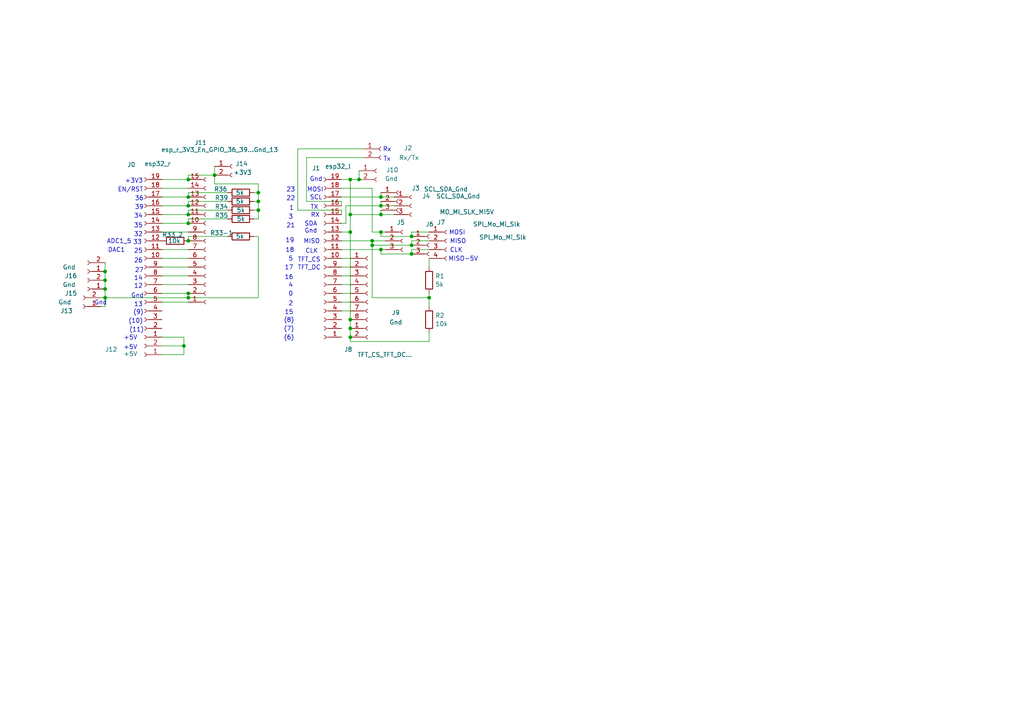
<source format=kicad_sch>
(kicad_sch
	(version 20231120)
	(generator "eeschema")
	(generator_version "8.0")
	(uuid "fcfeeeb8-3a24-4e99-9042-f9ef92790b69")
	(paper "A4")
	(lib_symbols
		(symbol "Connector:Conn_01x02_Socket"
			(pin_names
				(offset 1.016) hide)
			(exclude_from_sim no)
			(in_bom yes)
			(on_board yes)
			(property "Reference" "J"
				(at 0 2.54 0)
				(effects
					(font
						(size 1.27 1.27)
					)
				)
			)
			(property "Value" "Conn_01x02_Socket"
				(at 0 -5.08 0)
				(effects
					(font
						(size 1.27 1.27)
					)
				)
			)
			(property "Footprint" ""
				(at 0 0 0)
				(effects
					(font
						(size 1.27 1.27)
					)
					(hide yes)
				)
			)
			(property "Datasheet" "~"
				(at 0 0 0)
				(effects
					(font
						(size 1.27 1.27)
					)
					(hide yes)
				)
			)
			(property "Description" "Generic connector, single row, 01x02, script generated"
				(at 0 0 0)
				(effects
					(font
						(size 1.27 1.27)
					)
					(hide yes)
				)
			)
			(property "ki_locked" ""
				(at 0 0 0)
				(effects
					(font
						(size 1.27 1.27)
					)
				)
			)
			(property "ki_keywords" "connector"
				(at 0 0 0)
				(effects
					(font
						(size 1.27 1.27)
					)
					(hide yes)
				)
			)
			(property "ki_fp_filters" "Connector*:*_1x??_*"
				(at 0 0 0)
				(effects
					(font
						(size 1.27 1.27)
					)
					(hide yes)
				)
			)
			(symbol "Conn_01x02_Socket_1_1"
				(arc
					(start 0 -2.032)
					(mid -0.5058 -2.54)
					(end 0 -3.048)
					(stroke
						(width 0.1524)
						(type default)
					)
					(fill
						(type none)
					)
				)
				(polyline
					(pts
						(xy -1.27 -2.54) (xy -0.508 -2.54)
					)
					(stroke
						(width 0.1524)
						(type default)
					)
					(fill
						(type none)
					)
				)
				(polyline
					(pts
						(xy -1.27 0) (xy -0.508 0)
					)
					(stroke
						(width 0.1524)
						(type default)
					)
					(fill
						(type none)
					)
				)
				(arc
					(start 0 0.508)
					(mid -0.5058 0)
					(end 0 -0.508)
					(stroke
						(width 0.1524)
						(type default)
					)
					(fill
						(type none)
					)
				)
				(pin passive line
					(at -5.08 0 0)
					(length 3.81)
					(name "Pin_1"
						(effects
							(font
								(size 1.27 1.27)
							)
						)
					)
					(number "1"
						(effects
							(font
								(size 1.27 1.27)
							)
						)
					)
				)
				(pin passive line
					(at -5.08 -2.54 0)
					(length 3.81)
					(name "Pin_2"
						(effects
							(font
								(size 1.27 1.27)
							)
						)
					)
					(number "2"
						(effects
							(font
								(size 1.27 1.27)
							)
						)
					)
				)
			)
		)
		(symbol "Connector:Conn_01x03_Socket"
			(pin_names
				(offset 1.016) hide)
			(exclude_from_sim no)
			(in_bom yes)
			(on_board yes)
			(property "Reference" "J"
				(at 0 5.08 0)
				(effects
					(font
						(size 1.27 1.27)
					)
				)
			)
			(property "Value" "Conn_01x03_Socket"
				(at 0 -5.08 0)
				(effects
					(font
						(size 1.27 1.27)
					)
				)
			)
			(property "Footprint" ""
				(at 0 0 0)
				(effects
					(font
						(size 1.27 1.27)
					)
					(hide yes)
				)
			)
			(property "Datasheet" "~"
				(at 0 0 0)
				(effects
					(font
						(size 1.27 1.27)
					)
					(hide yes)
				)
			)
			(property "Description" "Generic connector, single row, 01x03, script generated"
				(at 0 0 0)
				(effects
					(font
						(size 1.27 1.27)
					)
					(hide yes)
				)
			)
			(property "ki_locked" ""
				(at 0 0 0)
				(effects
					(font
						(size 1.27 1.27)
					)
				)
			)
			(property "ki_keywords" "connector"
				(at 0 0 0)
				(effects
					(font
						(size 1.27 1.27)
					)
					(hide yes)
				)
			)
			(property "ki_fp_filters" "Connector*:*_1x??_*"
				(at 0 0 0)
				(effects
					(font
						(size 1.27 1.27)
					)
					(hide yes)
				)
			)
			(symbol "Conn_01x03_Socket_1_1"
				(arc
					(start 0 -2.032)
					(mid -0.5058 -2.54)
					(end 0 -3.048)
					(stroke
						(width 0.1524)
						(type default)
					)
					(fill
						(type none)
					)
				)
				(polyline
					(pts
						(xy -1.27 -2.54) (xy -0.508 -2.54)
					)
					(stroke
						(width 0.1524)
						(type default)
					)
					(fill
						(type none)
					)
				)
				(polyline
					(pts
						(xy -1.27 0) (xy -0.508 0)
					)
					(stroke
						(width 0.1524)
						(type default)
					)
					(fill
						(type none)
					)
				)
				(polyline
					(pts
						(xy -1.27 2.54) (xy -0.508 2.54)
					)
					(stroke
						(width 0.1524)
						(type default)
					)
					(fill
						(type none)
					)
				)
				(arc
					(start 0 0.508)
					(mid -0.5058 0)
					(end 0 -0.508)
					(stroke
						(width 0.1524)
						(type default)
					)
					(fill
						(type none)
					)
				)
				(arc
					(start 0 3.048)
					(mid -0.5058 2.54)
					(end 0 2.032)
					(stroke
						(width 0.1524)
						(type default)
					)
					(fill
						(type none)
					)
				)
				(pin passive line
					(at -5.08 2.54 0)
					(length 3.81)
					(name "Pin_1"
						(effects
							(font
								(size 1.27 1.27)
							)
						)
					)
					(number "1"
						(effects
							(font
								(size 1.27 1.27)
							)
						)
					)
				)
				(pin passive line
					(at -5.08 0 0)
					(length 3.81)
					(name "Pin_2"
						(effects
							(font
								(size 1.27 1.27)
							)
						)
					)
					(number "2"
						(effects
							(font
								(size 1.27 1.27)
							)
						)
					)
				)
				(pin passive line
					(at -5.08 -2.54 0)
					(length 3.81)
					(name "Pin_3"
						(effects
							(font
								(size 1.27 1.27)
							)
						)
					)
					(number "3"
						(effects
							(font
								(size 1.27 1.27)
							)
						)
					)
				)
			)
		)
		(symbol "Connector:Conn_01x04_Socket"
			(pin_names
				(offset 1.016) hide)
			(exclude_from_sim no)
			(in_bom yes)
			(on_board yes)
			(property "Reference" "J"
				(at 0 5.08 0)
				(effects
					(font
						(size 1.27 1.27)
					)
				)
			)
			(property "Value" "Conn_01x04_Socket"
				(at 0 -7.62 0)
				(effects
					(font
						(size 1.27 1.27)
					)
				)
			)
			(property "Footprint" ""
				(at 0 0 0)
				(effects
					(font
						(size 1.27 1.27)
					)
					(hide yes)
				)
			)
			(property "Datasheet" "~"
				(at 0 0 0)
				(effects
					(font
						(size 1.27 1.27)
					)
					(hide yes)
				)
			)
			(property "Description" "Generic connector, single row, 01x04, script generated"
				(at 0 0 0)
				(effects
					(font
						(size 1.27 1.27)
					)
					(hide yes)
				)
			)
			(property "ki_locked" ""
				(at 0 0 0)
				(effects
					(font
						(size 1.27 1.27)
					)
				)
			)
			(property "ki_keywords" "connector"
				(at 0 0 0)
				(effects
					(font
						(size 1.27 1.27)
					)
					(hide yes)
				)
			)
			(property "ki_fp_filters" "Connector*:*_1x??_*"
				(at 0 0 0)
				(effects
					(font
						(size 1.27 1.27)
					)
					(hide yes)
				)
			)
			(symbol "Conn_01x04_Socket_1_1"
				(arc
					(start 0 -4.572)
					(mid -0.5058 -5.08)
					(end 0 -5.588)
					(stroke
						(width 0.1524)
						(type default)
					)
					(fill
						(type none)
					)
				)
				(arc
					(start 0 -2.032)
					(mid -0.5058 -2.54)
					(end 0 -3.048)
					(stroke
						(width 0.1524)
						(type default)
					)
					(fill
						(type none)
					)
				)
				(polyline
					(pts
						(xy -1.27 -5.08) (xy -0.508 -5.08)
					)
					(stroke
						(width 0.1524)
						(type default)
					)
					(fill
						(type none)
					)
				)
				(polyline
					(pts
						(xy -1.27 -2.54) (xy -0.508 -2.54)
					)
					(stroke
						(width 0.1524)
						(type default)
					)
					(fill
						(type none)
					)
				)
				(polyline
					(pts
						(xy -1.27 0) (xy -0.508 0)
					)
					(stroke
						(width 0.1524)
						(type default)
					)
					(fill
						(type none)
					)
				)
				(polyline
					(pts
						(xy -1.27 2.54) (xy -0.508 2.54)
					)
					(stroke
						(width 0.1524)
						(type default)
					)
					(fill
						(type none)
					)
				)
				(arc
					(start 0 0.508)
					(mid -0.5058 0)
					(end 0 -0.508)
					(stroke
						(width 0.1524)
						(type default)
					)
					(fill
						(type none)
					)
				)
				(arc
					(start 0 3.048)
					(mid -0.5058 2.54)
					(end 0 2.032)
					(stroke
						(width 0.1524)
						(type default)
					)
					(fill
						(type none)
					)
				)
				(pin passive line
					(at -5.08 2.54 0)
					(length 3.81)
					(name "Pin_1"
						(effects
							(font
								(size 1.27 1.27)
							)
						)
					)
					(number "1"
						(effects
							(font
								(size 1.27 1.27)
							)
						)
					)
				)
				(pin passive line
					(at -5.08 0 0)
					(length 3.81)
					(name "Pin_2"
						(effects
							(font
								(size 1.27 1.27)
							)
						)
					)
					(number "2"
						(effects
							(font
								(size 1.27 1.27)
							)
						)
					)
				)
				(pin passive line
					(at -5.08 -2.54 0)
					(length 3.81)
					(name "Pin_3"
						(effects
							(font
								(size 1.27 1.27)
							)
						)
					)
					(number "3"
						(effects
							(font
								(size 1.27 1.27)
							)
						)
					)
				)
				(pin passive line
					(at -5.08 -5.08 0)
					(length 3.81)
					(name "Pin_4"
						(effects
							(font
								(size 1.27 1.27)
							)
						)
					)
					(number "4"
						(effects
							(font
								(size 1.27 1.27)
							)
						)
					)
				)
			)
		)
		(symbol "Connector:Conn_01x08_Socket"
			(pin_names
				(offset 1.016) hide)
			(exclude_from_sim no)
			(in_bom yes)
			(on_board yes)
			(property "Reference" "J"
				(at 0 10.16 0)
				(effects
					(font
						(size 1.27 1.27)
					)
				)
			)
			(property "Value" "Conn_01x08_Socket"
				(at 0 -12.7 0)
				(effects
					(font
						(size 1.27 1.27)
					)
				)
			)
			(property "Footprint" ""
				(at 0 0 0)
				(effects
					(font
						(size 1.27 1.27)
					)
					(hide yes)
				)
			)
			(property "Datasheet" "~"
				(at 0 0 0)
				(effects
					(font
						(size 1.27 1.27)
					)
					(hide yes)
				)
			)
			(property "Description" "Generic connector, single row, 01x08, script generated"
				(at 0 0 0)
				(effects
					(font
						(size 1.27 1.27)
					)
					(hide yes)
				)
			)
			(property "ki_locked" ""
				(at 0 0 0)
				(effects
					(font
						(size 1.27 1.27)
					)
				)
			)
			(property "ki_keywords" "connector"
				(at 0 0 0)
				(effects
					(font
						(size 1.27 1.27)
					)
					(hide yes)
				)
			)
			(property "ki_fp_filters" "Connector*:*_1x??_*"
				(at 0 0 0)
				(effects
					(font
						(size 1.27 1.27)
					)
					(hide yes)
				)
			)
			(symbol "Conn_01x08_Socket_1_1"
				(arc
					(start 0 -9.652)
					(mid -0.5058 -10.16)
					(end 0 -10.668)
					(stroke
						(width 0.1524)
						(type default)
					)
					(fill
						(type none)
					)
				)
				(arc
					(start 0 -7.112)
					(mid -0.5058 -7.62)
					(end 0 -8.128)
					(stroke
						(width 0.1524)
						(type default)
					)
					(fill
						(type none)
					)
				)
				(arc
					(start 0 -4.572)
					(mid -0.5058 -5.08)
					(end 0 -5.588)
					(stroke
						(width 0.1524)
						(type default)
					)
					(fill
						(type none)
					)
				)
				(arc
					(start 0 -2.032)
					(mid -0.5058 -2.54)
					(end 0 -3.048)
					(stroke
						(width 0.1524)
						(type default)
					)
					(fill
						(type none)
					)
				)
				(polyline
					(pts
						(xy -1.27 -10.16) (xy -0.508 -10.16)
					)
					(stroke
						(width 0.1524)
						(type default)
					)
					(fill
						(type none)
					)
				)
				(polyline
					(pts
						(xy -1.27 -7.62) (xy -0.508 -7.62)
					)
					(stroke
						(width 0.1524)
						(type default)
					)
					(fill
						(type none)
					)
				)
				(polyline
					(pts
						(xy -1.27 -5.08) (xy -0.508 -5.08)
					)
					(stroke
						(width 0.1524)
						(type default)
					)
					(fill
						(type none)
					)
				)
				(polyline
					(pts
						(xy -1.27 -2.54) (xy -0.508 -2.54)
					)
					(stroke
						(width 0.1524)
						(type default)
					)
					(fill
						(type none)
					)
				)
				(polyline
					(pts
						(xy -1.27 0) (xy -0.508 0)
					)
					(stroke
						(width 0.1524)
						(type default)
					)
					(fill
						(type none)
					)
				)
				(polyline
					(pts
						(xy -1.27 2.54) (xy -0.508 2.54)
					)
					(stroke
						(width 0.1524)
						(type default)
					)
					(fill
						(type none)
					)
				)
				(polyline
					(pts
						(xy -1.27 5.08) (xy -0.508 5.08)
					)
					(stroke
						(width 0.1524)
						(type default)
					)
					(fill
						(type none)
					)
				)
				(polyline
					(pts
						(xy -1.27 7.62) (xy -0.508 7.62)
					)
					(stroke
						(width 0.1524)
						(type default)
					)
					(fill
						(type none)
					)
				)
				(arc
					(start 0 0.508)
					(mid -0.5058 0)
					(end 0 -0.508)
					(stroke
						(width 0.1524)
						(type default)
					)
					(fill
						(type none)
					)
				)
				(arc
					(start 0 3.048)
					(mid -0.5058 2.54)
					(end 0 2.032)
					(stroke
						(width 0.1524)
						(type default)
					)
					(fill
						(type none)
					)
				)
				(arc
					(start 0 5.588)
					(mid -0.5058 5.08)
					(end 0 4.572)
					(stroke
						(width 0.1524)
						(type default)
					)
					(fill
						(type none)
					)
				)
				(arc
					(start 0 8.128)
					(mid -0.5058 7.62)
					(end 0 7.112)
					(stroke
						(width 0.1524)
						(type default)
					)
					(fill
						(type none)
					)
				)
				(pin passive line
					(at -5.08 7.62 0)
					(length 3.81)
					(name "Pin_1"
						(effects
							(font
								(size 1.27 1.27)
							)
						)
					)
					(number "1"
						(effects
							(font
								(size 1.27 1.27)
							)
						)
					)
				)
				(pin passive line
					(at -5.08 5.08 0)
					(length 3.81)
					(name "Pin_2"
						(effects
							(font
								(size 1.27 1.27)
							)
						)
					)
					(number "2"
						(effects
							(font
								(size 1.27 1.27)
							)
						)
					)
				)
				(pin passive line
					(at -5.08 2.54 0)
					(length 3.81)
					(name "Pin_3"
						(effects
							(font
								(size 1.27 1.27)
							)
						)
					)
					(number "3"
						(effects
							(font
								(size 1.27 1.27)
							)
						)
					)
				)
				(pin passive line
					(at -5.08 0 0)
					(length 3.81)
					(name "Pin_4"
						(effects
							(font
								(size 1.27 1.27)
							)
						)
					)
					(number "4"
						(effects
							(font
								(size 1.27 1.27)
							)
						)
					)
				)
				(pin passive line
					(at -5.08 -2.54 0)
					(length 3.81)
					(name "Pin_5"
						(effects
							(font
								(size 1.27 1.27)
							)
						)
					)
					(number "5"
						(effects
							(font
								(size 1.27 1.27)
							)
						)
					)
				)
				(pin passive line
					(at -5.08 -5.08 0)
					(length 3.81)
					(name "Pin_6"
						(effects
							(font
								(size 1.27 1.27)
							)
						)
					)
					(number "6"
						(effects
							(font
								(size 1.27 1.27)
							)
						)
					)
				)
				(pin passive line
					(at -5.08 -7.62 0)
					(length 3.81)
					(name "Pin_7"
						(effects
							(font
								(size 1.27 1.27)
							)
						)
					)
					(number "7"
						(effects
							(font
								(size 1.27 1.27)
							)
						)
					)
				)
				(pin passive line
					(at -5.08 -10.16 0)
					(length 3.81)
					(name "Pin_8"
						(effects
							(font
								(size 1.27 1.27)
							)
						)
					)
					(number "8"
						(effects
							(font
								(size 1.27 1.27)
							)
						)
					)
				)
			)
		)
		(symbol "Connector:Conn_01x15_Socket"
			(pin_names
				(offset 1.016) hide)
			(exclude_from_sim no)
			(in_bom yes)
			(on_board yes)
			(property "Reference" "J"
				(at 0 20.32 0)
				(effects
					(font
						(size 1.27 1.27)
					)
				)
			)
			(property "Value" "Conn_01x15_Socket"
				(at 0 -20.32 0)
				(effects
					(font
						(size 1.27 1.27)
					)
				)
			)
			(property "Footprint" ""
				(at 0 0 0)
				(effects
					(font
						(size 1.27 1.27)
					)
					(hide yes)
				)
			)
			(property "Datasheet" "~"
				(at 0 0 0)
				(effects
					(font
						(size 1.27 1.27)
					)
					(hide yes)
				)
			)
			(property "Description" "Generic connector, single row, 01x15, script generated"
				(at 0 0 0)
				(effects
					(font
						(size 1.27 1.27)
					)
					(hide yes)
				)
			)
			(property "ki_locked" ""
				(at 0 0 0)
				(effects
					(font
						(size 1.27 1.27)
					)
				)
			)
			(property "ki_keywords" "connector"
				(at 0 0 0)
				(effects
					(font
						(size 1.27 1.27)
					)
					(hide yes)
				)
			)
			(property "ki_fp_filters" "Connector*:*_1x??_*"
				(at 0 0 0)
				(effects
					(font
						(size 1.27 1.27)
					)
					(hide yes)
				)
			)
			(symbol "Conn_01x15_Socket_1_1"
				(arc
					(start 0 -17.272)
					(mid -0.5058 -17.78)
					(end 0 -18.288)
					(stroke
						(width 0.1524)
						(type default)
					)
					(fill
						(type none)
					)
				)
				(arc
					(start 0 -14.732)
					(mid -0.5058 -15.24)
					(end 0 -15.748)
					(stroke
						(width 0.1524)
						(type default)
					)
					(fill
						(type none)
					)
				)
				(arc
					(start 0 -12.192)
					(mid -0.5058 -12.7)
					(end 0 -13.208)
					(stroke
						(width 0.1524)
						(type default)
					)
					(fill
						(type none)
					)
				)
				(arc
					(start 0 -9.652)
					(mid -0.5058 -10.16)
					(end 0 -10.668)
					(stroke
						(width 0.1524)
						(type default)
					)
					(fill
						(type none)
					)
				)
				(arc
					(start 0 -7.112)
					(mid -0.5058 -7.62)
					(end 0 -8.128)
					(stroke
						(width 0.1524)
						(type default)
					)
					(fill
						(type none)
					)
				)
				(arc
					(start 0 -4.572)
					(mid -0.5058 -5.08)
					(end 0 -5.588)
					(stroke
						(width 0.1524)
						(type default)
					)
					(fill
						(type none)
					)
				)
				(arc
					(start 0 -2.032)
					(mid -0.5058 -2.54)
					(end 0 -3.048)
					(stroke
						(width 0.1524)
						(type default)
					)
					(fill
						(type none)
					)
				)
				(polyline
					(pts
						(xy -1.27 -17.78) (xy -0.508 -17.78)
					)
					(stroke
						(width 0.1524)
						(type default)
					)
					(fill
						(type none)
					)
				)
				(polyline
					(pts
						(xy -1.27 -15.24) (xy -0.508 -15.24)
					)
					(stroke
						(width 0.1524)
						(type default)
					)
					(fill
						(type none)
					)
				)
				(polyline
					(pts
						(xy -1.27 -12.7) (xy -0.508 -12.7)
					)
					(stroke
						(width 0.1524)
						(type default)
					)
					(fill
						(type none)
					)
				)
				(polyline
					(pts
						(xy -1.27 -10.16) (xy -0.508 -10.16)
					)
					(stroke
						(width 0.1524)
						(type default)
					)
					(fill
						(type none)
					)
				)
				(polyline
					(pts
						(xy -1.27 -7.62) (xy -0.508 -7.62)
					)
					(stroke
						(width 0.1524)
						(type default)
					)
					(fill
						(type none)
					)
				)
				(polyline
					(pts
						(xy -1.27 -5.08) (xy -0.508 -5.08)
					)
					(stroke
						(width 0.1524)
						(type default)
					)
					(fill
						(type none)
					)
				)
				(polyline
					(pts
						(xy -1.27 -2.54) (xy -0.508 -2.54)
					)
					(stroke
						(width 0.1524)
						(type default)
					)
					(fill
						(type none)
					)
				)
				(polyline
					(pts
						(xy -1.27 0) (xy -0.508 0)
					)
					(stroke
						(width 0.1524)
						(type default)
					)
					(fill
						(type none)
					)
				)
				(polyline
					(pts
						(xy -1.27 2.54) (xy -0.508 2.54)
					)
					(stroke
						(width 0.1524)
						(type default)
					)
					(fill
						(type none)
					)
				)
				(polyline
					(pts
						(xy -1.27 5.08) (xy -0.508 5.08)
					)
					(stroke
						(width 0.1524)
						(type default)
					)
					(fill
						(type none)
					)
				)
				(polyline
					(pts
						(xy -1.27 7.62) (xy -0.508 7.62)
					)
					(stroke
						(width 0.1524)
						(type default)
					)
					(fill
						(type none)
					)
				)
				(polyline
					(pts
						(xy -1.27 10.16) (xy -0.508 10.16)
					)
					(stroke
						(width 0.1524)
						(type default)
					)
					(fill
						(type none)
					)
				)
				(polyline
					(pts
						(xy -1.27 12.7) (xy -0.508 12.7)
					)
					(stroke
						(width 0.1524)
						(type default)
					)
					(fill
						(type none)
					)
				)
				(polyline
					(pts
						(xy -1.27 15.24) (xy -0.508 15.24)
					)
					(stroke
						(width 0.1524)
						(type default)
					)
					(fill
						(type none)
					)
				)
				(polyline
					(pts
						(xy -1.27 17.78) (xy -0.508 17.78)
					)
					(stroke
						(width 0.1524)
						(type default)
					)
					(fill
						(type none)
					)
				)
				(arc
					(start 0 0.508)
					(mid -0.5058 0)
					(end 0 -0.508)
					(stroke
						(width 0.1524)
						(type default)
					)
					(fill
						(type none)
					)
				)
				(arc
					(start 0 3.048)
					(mid -0.5058 2.54)
					(end 0 2.032)
					(stroke
						(width 0.1524)
						(type default)
					)
					(fill
						(type none)
					)
				)
				(arc
					(start 0 5.588)
					(mid -0.5058 5.08)
					(end 0 4.572)
					(stroke
						(width 0.1524)
						(type default)
					)
					(fill
						(type none)
					)
				)
				(arc
					(start 0 8.128)
					(mid -0.5058 7.62)
					(end 0 7.112)
					(stroke
						(width 0.1524)
						(type default)
					)
					(fill
						(type none)
					)
				)
				(arc
					(start 0 10.668)
					(mid -0.5058 10.16)
					(end 0 9.652)
					(stroke
						(width 0.1524)
						(type default)
					)
					(fill
						(type none)
					)
				)
				(arc
					(start 0 13.208)
					(mid -0.5058 12.7)
					(end 0 12.192)
					(stroke
						(width 0.1524)
						(type default)
					)
					(fill
						(type none)
					)
				)
				(arc
					(start 0 15.748)
					(mid -0.5058 15.24)
					(end 0 14.732)
					(stroke
						(width 0.1524)
						(type default)
					)
					(fill
						(type none)
					)
				)
				(arc
					(start 0 18.288)
					(mid -0.5058 17.78)
					(end 0 17.272)
					(stroke
						(width 0.1524)
						(type default)
					)
					(fill
						(type none)
					)
				)
				(pin passive line
					(at -5.08 17.78 0)
					(length 3.81)
					(name "Pin_1"
						(effects
							(font
								(size 1.27 1.27)
							)
						)
					)
					(number "1"
						(effects
							(font
								(size 1.27 1.27)
							)
						)
					)
				)
				(pin passive line
					(at -5.08 -5.08 0)
					(length 3.81)
					(name "Pin_10"
						(effects
							(font
								(size 1.27 1.27)
							)
						)
					)
					(number "10"
						(effects
							(font
								(size 1.27 1.27)
							)
						)
					)
				)
				(pin passive line
					(at -5.08 -7.62 0)
					(length 3.81)
					(name "Pin_11"
						(effects
							(font
								(size 1.27 1.27)
							)
						)
					)
					(number "11"
						(effects
							(font
								(size 1.27 1.27)
							)
						)
					)
				)
				(pin passive line
					(at -5.08 -10.16 0)
					(length 3.81)
					(name "Pin_12"
						(effects
							(font
								(size 1.27 1.27)
							)
						)
					)
					(number "12"
						(effects
							(font
								(size 1.27 1.27)
							)
						)
					)
				)
				(pin passive line
					(at -5.08 -12.7 0)
					(length 3.81)
					(name "Pin_13"
						(effects
							(font
								(size 1.27 1.27)
							)
						)
					)
					(number "13"
						(effects
							(font
								(size 1.27 1.27)
							)
						)
					)
				)
				(pin passive line
					(at -5.08 -15.24 0)
					(length 3.81)
					(name "Pin_14"
						(effects
							(font
								(size 1.27 1.27)
							)
						)
					)
					(number "14"
						(effects
							(font
								(size 1.27 1.27)
							)
						)
					)
				)
				(pin passive line
					(at -5.08 -17.78 0)
					(length 3.81)
					(name "Pin_15"
						(effects
							(font
								(size 1.27 1.27)
							)
						)
					)
					(number "15"
						(effects
							(font
								(size 1.27 1.27)
							)
						)
					)
				)
				(pin passive line
					(at -5.08 15.24 0)
					(length 3.81)
					(name "Pin_2"
						(effects
							(font
								(size 1.27 1.27)
							)
						)
					)
					(number "2"
						(effects
							(font
								(size 1.27 1.27)
							)
						)
					)
				)
				(pin passive line
					(at -5.08 12.7 0)
					(length 3.81)
					(name "Pin_3"
						(effects
							(font
								(size 1.27 1.27)
							)
						)
					)
					(number "3"
						(effects
							(font
								(size 1.27 1.27)
							)
						)
					)
				)
				(pin passive line
					(at -5.08 10.16 0)
					(length 3.81)
					(name "Pin_4"
						(effects
							(font
								(size 1.27 1.27)
							)
						)
					)
					(number "4"
						(effects
							(font
								(size 1.27 1.27)
							)
						)
					)
				)
				(pin passive line
					(at -5.08 7.62 0)
					(length 3.81)
					(name "Pin_5"
						(effects
							(font
								(size 1.27 1.27)
							)
						)
					)
					(number "5"
						(effects
							(font
								(size 1.27 1.27)
							)
						)
					)
				)
				(pin passive line
					(at -5.08 5.08 0)
					(length 3.81)
					(name "Pin_6"
						(effects
							(font
								(size 1.27 1.27)
							)
						)
					)
					(number "6"
						(effects
							(font
								(size 1.27 1.27)
							)
						)
					)
				)
				(pin passive line
					(at -5.08 2.54 0)
					(length 3.81)
					(name "Pin_7"
						(effects
							(font
								(size 1.27 1.27)
							)
						)
					)
					(number "7"
						(effects
							(font
								(size 1.27 1.27)
							)
						)
					)
				)
				(pin passive line
					(at -5.08 0 0)
					(length 3.81)
					(name "Pin_8"
						(effects
							(font
								(size 1.27 1.27)
							)
						)
					)
					(number "8"
						(effects
							(font
								(size 1.27 1.27)
							)
						)
					)
				)
				(pin passive line
					(at -5.08 -2.54 0)
					(length 3.81)
					(name "Pin_9"
						(effects
							(font
								(size 1.27 1.27)
							)
						)
					)
					(number "9"
						(effects
							(font
								(size 1.27 1.27)
							)
						)
					)
				)
			)
		)
		(symbol "Connector:Conn_01x19_Socket"
			(pin_names
				(offset 1.016) hide)
			(exclude_from_sim no)
			(in_bom yes)
			(on_board yes)
			(property "Reference" "J"
				(at 0 25.4 0)
				(effects
					(font
						(size 1.27 1.27)
					)
				)
			)
			(property "Value" "Conn_01x19_Socket"
				(at 0 -25.4 0)
				(effects
					(font
						(size 1.27 1.27)
					)
				)
			)
			(property "Footprint" ""
				(at 0 0 0)
				(effects
					(font
						(size 1.27 1.27)
					)
					(hide yes)
				)
			)
			(property "Datasheet" "~"
				(at 0 0 0)
				(effects
					(font
						(size 1.27 1.27)
					)
					(hide yes)
				)
			)
			(property "Description" "Generic connector, single row, 01x19, script generated"
				(at 0 0 0)
				(effects
					(font
						(size 1.27 1.27)
					)
					(hide yes)
				)
			)
			(property "ki_locked" ""
				(at 0 0 0)
				(effects
					(font
						(size 1.27 1.27)
					)
				)
			)
			(property "ki_keywords" "connector"
				(at 0 0 0)
				(effects
					(font
						(size 1.27 1.27)
					)
					(hide yes)
				)
			)
			(property "ki_fp_filters" "Connector*:*_1x??_*"
				(at 0 0 0)
				(effects
					(font
						(size 1.27 1.27)
					)
					(hide yes)
				)
			)
			(symbol "Conn_01x19_Socket_1_1"
				(arc
					(start 0 -22.352)
					(mid -0.5058 -22.86)
					(end 0 -23.368)
					(stroke
						(width 0.1524)
						(type default)
					)
					(fill
						(type none)
					)
				)
				(arc
					(start 0 -19.812)
					(mid -0.5058 -20.32)
					(end 0 -20.828)
					(stroke
						(width 0.1524)
						(type default)
					)
					(fill
						(type none)
					)
				)
				(arc
					(start 0 -17.272)
					(mid -0.5058 -17.78)
					(end 0 -18.288)
					(stroke
						(width 0.1524)
						(type default)
					)
					(fill
						(type none)
					)
				)
				(arc
					(start 0 -14.732)
					(mid -0.5058 -15.24)
					(end 0 -15.748)
					(stroke
						(width 0.1524)
						(type default)
					)
					(fill
						(type none)
					)
				)
				(arc
					(start 0 -12.192)
					(mid -0.5058 -12.7)
					(end 0 -13.208)
					(stroke
						(width 0.1524)
						(type default)
					)
					(fill
						(type none)
					)
				)
				(arc
					(start 0 -9.652)
					(mid -0.5058 -10.16)
					(end 0 -10.668)
					(stroke
						(width 0.1524)
						(type default)
					)
					(fill
						(type none)
					)
				)
				(arc
					(start 0 -7.112)
					(mid -0.5058 -7.62)
					(end 0 -8.128)
					(stroke
						(width 0.1524)
						(type default)
					)
					(fill
						(type none)
					)
				)
				(arc
					(start 0 -4.572)
					(mid -0.5058 -5.08)
					(end 0 -5.588)
					(stroke
						(width 0.1524)
						(type default)
					)
					(fill
						(type none)
					)
				)
				(arc
					(start 0 -2.032)
					(mid -0.5058 -2.54)
					(end 0 -3.048)
					(stroke
						(width 0.1524)
						(type default)
					)
					(fill
						(type none)
					)
				)
				(polyline
					(pts
						(xy -1.27 -22.86) (xy -0.508 -22.86)
					)
					(stroke
						(width 0.1524)
						(type default)
					)
					(fill
						(type none)
					)
				)
				(polyline
					(pts
						(xy -1.27 -20.32) (xy -0.508 -20.32)
					)
					(stroke
						(width 0.1524)
						(type default)
					)
					(fill
						(type none)
					)
				)
				(polyline
					(pts
						(xy -1.27 -17.78) (xy -0.508 -17.78)
					)
					(stroke
						(width 0.1524)
						(type default)
					)
					(fill
						(type none)
					)
				)
				(polyline
					(pts
						(xy -1.27 -15.24) (xy -0.508 -15.24)
					)
					(stroke
						(width 0.1524)
						(type default)
					)
					(fill
						(type none)
					)
				)
				(polyline
					(pts
						(xy -1.27 -12.7) (xy -0.508 -12.7)
					)
					(stroke
						(width 0.1524)
						(type default)
					)
					(fill
						(type none)
					)
				)
				(polyline
					(pts
						(xy -1.27 -10.16) (xy -0.508 -10.16)
					)
					(stroke
						(width 0.1524)
						(type default)
					)
					(fill
						(type none)
					)
				)
				(polyline
					(pts
						(xy -1.27 -7.62) (xy -0.508 -7.62)
					)
					(stroke
						(width 0.1524)
						(type default)
					)
					(fill
						(type none)
					)
				)
				(polyline
					(pts
						(xy -1.27 -5.08) (xy -0.508 -5.08)
					)
					(stroke
						(width 0.1524)
						(type default)
					)
					(fill
						(type none)
					)
				)
				(polyline
					(pts
						(xy -1.27 -2.54) (xy -0.508 -2.54)
					)
					(stroke
						(width 0.1524)
						(type default)
					)
					(fill
						(type none)
					)
				)
				(polyline
					(pts
						(xy -1.27 0) (xy -0.508 0)
					)
					(stroke
						(width 0.1524)
						(type default)
					)
					(fill
						(type none)
					)
				)
				(polyline
					(pts
						(xy -1.27 2.54) (xy -0.508 2.54)
					)
					(stroke
						(width 0.1524)
						(type default)
					)
					(fill
						(type none)
					)
				)
				(polyline
					(pts
						(xy -1.27 5.08) (xy -0.508 5.08)
					)
					(stroke
						(width 0.1524)
						(type default)
					)
					(fill
						(type none)
					)
				)
				(polyline
					(pts
						(xy -1.27 7.62) (xy -0.508 7.62)
					)
					(stroke
						(width 0.1524)
						(type default)
					)
					(fill
						(type none)
					)
				)
				(polyline
					(pts
						(xy -1.27 10.16) (xy -0.508 10.16)
					)
					(stroke
						(width 0.1524)
						(type default)
					)
					(fill
						(type none)
					)
				)
				(polyline
					(pts
						(xy -1.27 12.7) (xy -0.508 12.7)
					)
					(stroke
						(width 0.1524)
						(type default)
					)
					(fill
						(type none)
					)
				)
				(polyline
					(pts
						(xy -1.27 15.24) (xy -0.508 15.24)
					)
					(stroke
						(width 0.1524)
						(type default)
					)
					(fill
						(type none)
					)
				)
				(polyline
					(pts
						(xy -1.27 17.78) (xy -0.508 17.78)
					)
					(stroke
						(width 0.1524)
						(type default)
					)
					(fill
						(type none)
					)
				)
				(polyline
					(pts
						(xy -1.27 20.32) (xy -0.508 20.32)
					)
					(stroke
						(width 0.1524)
						(type default)
					)
					(fill
						(type none)
					)
				)
				(polyline
					(pts
						(xy -1.27 22.86) (xy -0.508 22.86)
					)
					(stroke
						(width 0.1524)
						(type default)
					)
					(fill
						(type none)
					)
				)
				(arc
					(start 0 0.508)
					(mid -0.5058 0)
					(end 0 -0.508)
					(stroke
						(width 0.1524)
						(type default)
					)
					(fill
						(type none)
					)
				)
				(arc
					(start 0 3.048)
					(mid -0.5058 2.54)
					(end 0 2.032)
					(stroke
						(width 0.1524)
						(type default)
					)
					(fill
						(type none)
					)
				)
				(arc
					(start 0 5.588)
					(mid -0.5058 5.08)
					(end 0 4.572)
					(stroke
						(width 0.1524)
						(type default)
					)
					(fill
						(type none)
					)
				)
				(arc
					(start 0 8.128)
					(mid -0.5058 7.62)
					(end 0 7.112)
					(stroke
						(width 0.1524)
						(type default)
					)
					(fill
						(type none)
					)
				)
				(arc
					(start 0 10.668)
					(mid -0.5058 10.16)
					(end 0 9.652)
					(stroke
						(width 0.1524)
						(type default)
					)
					(fill
						(type none)
					)
				)
				(arc
					(start 0 13.208)
					(mid -0.5058 12.7)
					(end 0 12.192)
					(stroke
						(width 0.1524)
						(type default)
					)
					(fill
						(type none)
					)
				)
				(arc
					(start 0 15.748)
					(mid -0.5058 15.24)
					(end 0 14.732)
					(stroke
						(width 0.1524)
						(type default)
					)
					(fill
						(type none)
					)
				)
				(arc
					(start 0 18.288)
					(mid -0.5058 17.78)
					(end 0 17.272)
					(stroke
						(width 0.1524)
						(type default)
					)
					(fill
						(type none)
					)
				)
				(arc
					(start 0 20.828)
					(mid -0.5058 20.32)
					(end 0 19.812)
					(stroke
						(width 0.1524)
						(type default)
					)
					(fill
						(type none)
					)
				)
				(arc
					(start 0 23.368)
					(mid -0.5058 22.86)
					(end 0 22.352)
					(stroke
						(width 0.1524)
						(type default)
					)
					(fill
						(type none)
					)
				)
				(pin passive line
					(at -5.08 22.86 0)
					(length 3.81)
					(name "Pin_1"
						(effects
							(font
								(size 1.27 1.27)
							)
						)
					)
					(number "1"
						(effects
							(font
								(size 1.27 1.27)
							)
						)
					)
				)
				(pin passive line
					(at -5.08 0 0)
					(length 3.81)
					(name "Pin_10"
						(effects
							(font
								(size 1.27 1.27)
							)
						)
					)
					(number "10"
						(effects
							(font
								(size 1.27 1.27)
							)
						)
					)
				)
				(pin passive line
					(at -5.08 -2.54 0)
					(length 3.81)
					(name "Pin_11"
						(effects
							(font
								(size 1.27 1.27)
							)
						)
					)
					(number "11"
						(effects
							(font
								(size 1.27 1.27)
							)
						)
					)
				)
				(pin passive line
					(at -5.08 -5.08 0)
					(length 3.81)
					(name "Pin_12"
						(effects
							(font
								(size 1.27 1.27)
							)
						)
					)
					(number "12"
						(effects
							(font
								(size 1.27 1.27)
							)
						)
					)
				)
				(pin passive line
					(at -5.08 -7.62 0)
					(length 3.81)
					(name "Pin_13"
						(effects
							(font
								(size 1.27 1.27)
							)
						)
					)
					(number "13"
						(effects
							(font
								(size 1.27 1.27)
							)
						)
					)
				)
				(pin passive line
					(at -5.08 -10.16 0)
					(length 3.81)
					(name "Pin_14"
						(effects
							(font
								(size 1.27 1.27)
							)
						)
					)
					(number "14"
						(effects
							(font
								(size 1.27 1.27)
							)
						)
					)
				)
				(pin passive line
					(at -5.08 -12.7 0)
					(length 3.81)
					(name "Pin_15"
						(effects
							(font
								(size 1.27 1.27)
							)
						)
					)
					(number "15"
						(effects
							(font
								(size 1.27 1.27)
							)
						)
					)
				)
				(pin passive line
					(at -5.08 -15.24 0)
					(length 3.81)
					(name "Pin_16"
						(effects
							(font
								(size 1.27 1.27)
							)
						)
					)
					(number "16"
						(effects
							(font
								(size 1.27 1.27)
							)
						)
					)
				)
				(pin passive line
					(at -5.08 -17.78 0)
					(length 3.81)
					(name "Pin_17"
						(effects
							(font
								(size 1.27 1.27)
							)
						)
					)
					(number "17"
						(effects
							(font
								(size 1.27 1.27)
							)
						)
					)
				)
				(pin passive line
					(at -5.08 -20.32 0)
					(length 3.81)
					(name "Pin_18"
						(effects
							(font
								(size 1.27 1.27)
							)
						)
					)
					(number "18"
						(effects
							(font
								(size 1.27 1.27)
							)
						)
					)
				)
				(pin passive line
					(at -5.08 -22.86 0)
					(length 3.81)
					(name "Pin_19"
						(effects
							(font
								(size 1.27 1.27)
							)
						)
					)
					(number "19"
						(effects
							(font
								(size 1.27 1.27)
							)
						)
					)
				)
				(pin passive line
					(at -5.08 20.32 0)
					(length 3.81)
					(name "Pin_2"
						(effects
							(font
								(size 1.27 1.27)
							)
						)
					)
					(number "2"
						(effects
							(font
								(size 1.27 1.27)
							)
						)
					)
				)
				(pin passive line
					(at -5.08 17.78 0)
					(length 3.81)
					(name "Pin_3"
						(effects
							(font
								(size 1.27 1.27)
							)
						)
					)
					(number "3"
						(effects
							(font
								(size 1.27 1.27)
							)
						)
					)
				)
				(pin passive line
					(at -5.08 15.24 0)
					(length 3.81)
					(name "Pin_4"
						(effects
							(font
								(size 1.27 1.27)
							)
						)
					)
					(number "4"
						(effects
							(font
								(size 1.27 1.27)
							)
						)
					)
				)
				(pin passive line
					(at -5.08 12.7 0)
					(length 3.81)
					(name "Pin_5"
						(effects
							(font
								(size 1.27 1.27)
							)
						)
					)
					(number "5"
						(effects
							(font
								(size 1.27 1.27)
							)
						)
					)
				)
				(pin passive line
					(at -5.08 10.16 0)
					(length 3.81)
					(name "Pin_6"
						(effects
							(font
								(size 1.27 1.27)
							)
						)
					)
					(number "6"
						(effects
							(font
								(size 1.27 1.27)
							)
						)
					)
				)
				(pin passive line
					(at -5.08 7.62 0)
					(length 3.81)
					(name "Pin_7"
						(effects
							(font
								(size 1.27 1.27)
							)
						)
					)
					(number "7"
						(effects
							(font
								(size 1.27 1.27)
							)
						)
					)
				)
				(pin passive line
					(at -5.08 5.08 0)
					(length 3.81)
					(name "Pin_8"
						(effects
							(font
								(size 1.27 1.27)
							)
						)
					)
					(number "8"
						(effects
							(font
								(size 1.27 1.27)
							)
						)
					)
				)
				(pin passive line
					(at -5.08 2.54 0)
					(length 3.81)
					(name "Pin_9"
						(effects
							(font
								(size 1.27 1.27)
							)
						)
					)
					(number "9"
						(effects
							(font
								(size 1.27 1.27)
							)
						)
					)
				)
			)
		)
		(symbol "Device:R"
			(pin_numbers hide)
			(pin_names
				(offset 0)
			)
			(exclude_from_sim no)
			(in_bom yes)
			(on_board yes)
			(property "Reference" "R"
				(at 2.032 0 90)
				(effects
					(font
						(size 1.27 1.27)
					)
				)
			)
			(property "Value" "R"
				(at 0 0 90)
				(effects
					(font
						(size 1.27 1.27)
					)
				)
			)
			(property "Footprint" ""
				(at -1.778 0 90)
				(effects
					(font
						(size 1.27 1.27)
					)
					(hide yes)
				)
			)
			(property "Datasheet" "~"
				(at 0 0 0)
				(effects
					(font
						(size 1.27 1.27)
					)
					(hide yes)
				)
			)
			(property "Description" "Resistor"
				(at 0 0 0)
				(effects
					(font
						(size 1.27 1.27)
					)
					(hide yes)
				)
			)
			(property "ki_keywords" "R res resistor"
				(at 0 0 0)
				(effects
					(font
						(size 1.27 1.27)
					)
					(hide yes)
				)
			)
			(property "ki_fp_filters" "R_*"
				(at 0 0 0)
				(effects
					(font
						(size 1.27 1.27)
					)
					(hide yes)
				)
			)
			(symbol "R_0_1"
				(rectangle
					(start -1.016 -2.54)
					(end 1.016 2.54)
					(stroke
						(width 0.254)
						(type default)
					)
					(fill
						(type none)
					)
				)
			)
			(symbol "R_1_1"
				(pin passive line
					(at 0 3.81 270)
					(length 1.27)
					(name "~"
						(effects
							(font
								(size 1.27 1.27)
							)
						)
					)
					(number "1"
						(effects
							(font
								(size 1.27 1.27)
							)
						)
					)
				)
				(pin passive line
					(at 0 -3.81 90)
					(length 1.27)
					(name "~"
						(effects
							(font
								(size 1.27 1.27)
							)
						)
					)
					(number "2"
						(effects
							(font
								(size 1.27 1.27)
							)
						)
					)
				)
			)
		)
	)
	(junction
		(at 62.23 50.8)
		(diameter 0)
		(color 0 0 0 0)
		(uuid "08ca5206-7de4-4c0a-8434-676b8f5741ad")
	)
	(junction
		(at 110.49 62.23)
		(diameter 0)
		(color 0 0 0 0)
		(uuid "0cd37c5c-2e32-4168-90e4-198f1564a5bc")
	)
	(junction
		(at 54.61 62.23)
		(diameter 0)
		(color 0 0 0 0)
		(uuid "1245748d-05e2-4f17-87ae-699fdb1430e5")
	)
	(junction
		(at 101.6 62.23)
		(diameter 0)
		(color 0 0 0 0)
		(uuid "12aca52e-292f-4d8e-a938-ee111154b675")
	)
	(junction
		(at 110.49 57.15)
		(diameter 0)
		(color 0 0 0 0)
		(uuid "130ae7f5-cda7-4ed8-a39b-aa6e84c8ad64")
	)
	(junction
		(at 30.48 86.36)
		(diameter 0)
		(color 0 0 0 0)
		(uuid "1adea52b-a87d-4219-91b3-0a79466f3784")
	)
	(junction
		(at 119.38 71.12)
		(diameter 0)
		(color 0 0 0 0)
		(uuid "1c21e629-b1fb-42ef-8133-098aaaae0ce0")
	)
	(junction
		(at 54.61 86.36)
		(diameter 0)
		(color 0 0 0 0)
		(uuid "1f4a9174-1b8a-4c5f-9ba8-e292c322fa49")
	)
	(junction
		(at 30.48 78.74)
		(diameter 0)
		(color 0 0 0 0)
		(uuid "201a17f4-2535-4a4a-8bdf-529cc9f49ca2")
	)
	(junction
		(at 101.6 95.25)
		(diameter 0)
		(color 0 0 0 0)
		(uuid "20aac7b5-d5e0-4245-915d-dcd6331fca42")
	)
	(junction
		(at 30.48 83.82)
		(diameter 0)
		(color 0 0 0 0)
		(uuid "242793ee-8dc4-4a9b-b608-f592f63c530e")
	)
	(junction
		(at 107.95 71.12)
		(diameter 0)
		(color 0 0 0 0)
		(uuid "255a828c-3f92-4f17-a7e1-b2a54fbf4e33")
	)
	(junction
		(at 30.48 81.28)
		(diameter 0)
		(color 0 0 0 0)
		(uuid "284b4fdb-1371-460c-a042-b93533e00726")
	)
	(junction
		(at 119.38 73.66)
		(diameter 0)
		(color 0 0 0 0)
		(uuid "28c3251c-8c18-4b68-8e38-b82cfa982a7d")
	)
	(junction
		(at 107.95 69.85)
		(diameter 0)
		(color 0 0 0 0)
		(uuid "41136ed9-e584-4b7a-91b1-338e4f1f4b74")
	)
	(junction
		(at 54.61 69.85)
		(diameter 0)
		(color 0 0 0 0)
		(uuid "4537afc6-7b89-466e-9807-ea02c387cb22")
	)
	(junction
		(at 101.6 52.07)
		(diameter 0)
		(color 0 0 0 0)
		(uuid "46f60822-da7b-4c92-b1ae-2d23f7a079a1")
	)
	(junction
		(at 119.38 68.58)
		(diameter 0)
		(color 0 0 0 0)
		(uuid "4778c651-12dd-434f-919c-62df5207f480")
	)
	(junction
		(at 53.34 100.33)
		(diameter 0)
		(color 0 0 0 0)
		(uuid "54efde3d-c18c-4785-8c38-79787a627eb3")
	)
	(junction
		(at 74.93 60.96)
		(diameter 0)
		(color 0 0 0 0)
		(uuid "5d9f98b1-4e70-44f9-b2be-0e10cf80427a")
	)
	(junction
		(at 54.61 52.07)
		(diameter 0)
		(color 0 0 0 0)
		(uuid "5decf674-854d-4592-b71c-a786d4334106")
	)
	(junction
		(at 54.61 85.09)
		(diameter 0)
		(color 0 0 0 0)
		(uuid "5e555ade-819d-4673-902b-fc880b37dce4")
	)
	(junction
		(at 54.61 59.69)
		(diameter 0)
		(color 0 0 0 0)
		(uuid "5f1b463f-b3e6-4f71-aae5-2f92610b67c7")
	)
	(junction
		(at 110.49 67.31)
		(diameter 0)
		(color 0 0 0 0)
		(uuid "7072910e-0601-4e34-8f75-b8b1c9c7256c")
	)
	(junction
		(at 101.6 97.79)
		(diameter 0)
		(color 0 0 0 0)
		(uuid "7e05e0dc-d889-45bf-b8e8-495e29df9fb9")
	)
	(junction
		(at 110.49 72.39)
		(diameter 0)
		(color 0 0 0 0)
		(uuid "9bff82e7-9cef-429a-960e-8b909778db22")
	)
	(junction
		(at 110.49 59.69)
		(diameter 0)
		(color 0 0 0 0)
		(uuid "ae90e8fd-19c2-41f8-afb0-027e7c658e91")
	)
	(junction
		(at 74.93 55.88)
		(diameter 0)
		(color 0 0 0 0)
		(uuid "b39ac281-6ffd-42dc-be37-a2a70326ab10")
	)
	(junction
		(at 54.61 57.15)
		(diameter 0)
		(color 0 0 0 0)
		(uuid "b68861f4-7409-4dc7-9eaf-d4a37f4788cd")
	)
	(junction
		(at 124.46 86.36)
		(diameter 0)
		(color 0 0 0 0)
		(uuid "b745843b-3532-4229-afe3-0f2ce00e2341")
	)
	(junction
		(at 101.6 92.71)
		(diameter 0)
		(color 0 0 0 0)
		(uuid "c5c96763-29bf-413a-9274-ae5a5d93c0ec")
	)
	(junction
		(at 101.6 67.31)
		(diameter 0)
		(color 0 0 0 0)
		(uuid "c670cce1-df55-4526-8a37-8dee08c38503")
	)
	(junction
		(at 104.14 52.07)
		(diameter 0)
		(color 0 0 0 0)
		(uuid "d3ead47c-38c0-4291-900e-7e2391288826")
	)
	(junction
		(at 74.93 58.42)
		(diameter 0)
		(color 0 0 0 0)
		(uuid "e6af5d6d-b891-4614-a898-a8225fb21a54")
	)
	(junction
		(at 54.61 64.77)
		(diameter 0)
		(color 0 0 0 0)
		(uuid "f38470fc-f67a-42da-af3d-f643adc11b8b")
	)
	(wire
		(pts
			(xy 99.06 64.77) (xy 100.33 64.77)
		)
		(stroke
			(width 0)
			(type default)
		)
		(uuid "00949984-543a-489f-bcac-60935ec80f7a")
	)
	(wire
		(pts
			(xy 53.34 100.33) (xy 53.34 97.79)
		)
		(stroke
			(width 0)
			(type default)
		)
		(uuid "0168300e-8d4d-4784-81c0-0cdb40157d9d")
	)
	(wire
		(pts
			(xy 46.99 67.31) (xy 54.61 67.31)
		)
		(stroke
			(width 0)
			(type default)
		)
		(uuid "091c4566-1029-4572-9b0e-81aa4387f72c")
	)
	(wire
		(pts
			(xy 110.49 62.23) (xy 114.3 62.23)
		)
		(stroke
			(width 0)
			(type default)
		)
		(uuid "0a153db7-adfd-4431-8761-dec0ab9a6d45")
	)
	(wire
		(pts
			(xy 46.99 100.33) (xy 53.34 100.33)
		)
		(stroke
			(width 0)
			(type default)
		)
		(uuid "0f8c9b6c-6973-403a-a26b-1e96daaa9df8")
	)
	(wire
		(pts
			(xy 46.99 52.07) (xy 54.61 52.07)
		)
		(stroke
			(width 0)
			(type default)
		)
		(uuid "1446238b-855e-439d-a0e2-82c275928c7c")
	)
	(wire
		(pts
			(xy 88.9 58.42) (xy 88.9 45.72)
		)
		(stroke
			(width 0)
			(type default)
		)
		(uuid "181dfbd1-6d01-4a6f-9d6e-83bc6d79c374")
	)
	(wire
		(pts
			(xy 107.95 67.31) (xy 110.49 67.31)
		)
		(stroke
			(width 0)
			(type default)
		)
		(uuid "1cfe8edb-f1d1-47c4-aa75-1c0c0b8b1379")
	)
	(wire
		(pts
			(xy 30.48 83.82) (xy 30.48 86.36)
		)
		(stroke
			(width 0)
			(type default)
		)
		(uuid "1e16dbac-6fb0-4133-9788-55c617516862")
	)
	(wire
		(pts
			(xy 110.49 60.96) (xy 110.49 62.23)
		)
		(stroke
			(width 0)
			(type default)
		)
		(uuid "244674f4-bb7d-4c2a-9cec-c0f314f7ec13")
	)
	(wire
		(pts
			(xy 46.99 77.47) (xy 54.61 77.47)
		)
		(stroke
			(width 0)
			(type default)
		)
		(uuid "255feb91-472a-4739-aea1-ac05a7425703")
	)
	(wire
		(pts
			(xy 110.49 68.58) (xy 110.49 67.31)
		)
		(stroke
			(width 0)
			(type default)
		)
		(uuid "27311386-7d5f-42e6-a300-cc6d29c01d9b")
	)
	(wire
		(pts
			(xy 99.06 58.42) (xy 88.9 58.42)
		)
		(stroke
			(width 0)
			(type default)
		)
		(uuid "2f7a3c00-48db-4cb1-a870-d4309b674acc")
	)
	(wire
		(pts
			(xy 101.6 92.71) (xy 101.6 95.25)
		)
		(stroke
			(width 0)
			(type default)
		)
		(uuid "3288ef99-9611-4671-8fcd-13c697ba1117")
	)
	(wire
		(pts
			(xy 101.6 97.79) (xy 101.6 99.06)
		)
		(stroke
			(width 0)
			(type default)
		)
		(uuid "3491f39c-8e1c-41bd-a550-ebc503416180")
	)
	(wire
		(pts
			(xy 54.61 86.36) (xy 54.61 85.09)
		)
		(stroke
			(width 0)
			(type default)
		)
		(uuid "34ddbc58-00bc-4a16-af02-9c7e52c3de6e")
	)
	(wire
		(pts
			(xy 119.38 73.66) (xy 119.38 72.39)
		)
		(stroke
			(width 0)
			(type default)
		)
		(uuid "3570be48-102b-4370-a2c6-db35369480a6")
	)
	(wire
		(pts
			(xy 110.49 73.66) (xy 119.38 73.66)
		)
		(stroke
			(width 0)
			(type default)
		)
		(uuid "380d8f47-b8a3-4070-b15e-94cdf93972f8")
	)
	(wire
		(pts
			(xy 54.61 64.77) (xy 54.61 63.5)
		)
		(stroke
			(width 0)
			(type default)
		)
		(uuid "397d662d-7e6c-46d8-965f-3bb6048ea9af")
	)
	(wire
		(pts
			(xy 99.06 52.07) (xy 101.6 52.07)
		)
		(stroke
			(width 0)
			(type default)
		)
		(uuid "3b67419f-cfc5-4a85-bdc5-ad2421d3ba09")
	)
	(wire
		(pts
			(xy 30.48 88.9) (xy 30.48 86.36)
		)
		(stroke
			(width 0)
			(type default)
		)
		(uuid "3c5ab365-2faf-43cb-b880-1f707da612de")
	)
	(wire
		(pts
			(xy 74.93 55.88) (xy 74.93 58.42)
		)
		(stroke
			(width 0)
			(type default)
		)
		(uuid "3cf9eb83-63e7-4f7b-aaf9-8d1125babb2e")
	)
	(wire
		(pts
			(xy 54.61 86.36) (xy 74.93 86.36)
		)
		(stroke
			(width 0)
			(type default)
		)
		(uuid "3d9be50f-fe3e-49af-af9d-2b6bb2c127be")
	)
	(wire
		(pts
			(xy 54.61 58.42) (xy 66.04 58.42)
		)
		(stroke
			(width 0)
			(type default)
		)
		(uuid "3f5b823c-4d73-40da-9270-cb8b93390d24")
	)
	(wire
		(pts
			(xy 99.06 77.47) (xy 101.6 77.47)
		)
		(stroke
			(width 0)
			(type default)
		)
		(uuid "413f9623-bbd7-4977-847c-489cb088a7d4")
	)
	(wire
		(pts
			(xy 110.49 59.69) (xy 114.3 59.69)
		)
		(stroke
			(width 0)
			(type default)
		)
		(uuid "44c9acf1-324a-4d4e-8c6a-b13cc371acd6")
	)
	(wire
		(pts
			(xy 54.61 63.5) (xy 66.04 63.5)
		)
		(stroke
			(width 0)
			(type default)
		)
		(uuid "45e30862-f3d9-4066-84e6-d5bf24b2d4d5")
	)
	(wire
		(pts
			(xy 124.46 86.36) (xy 124.46 88.9)
		)
		(stroke
			(width 0)
			(type default)
		)
		(uuid "4bc24da5-ae3e-4d46-bc8b-576696717cfd")
	)
	(wire
		(pts
			(xy 100.33 59.69) (xy 100.33 64.77)
		)
		(stroke
			(width 0)
			(type default)
		)
		(uuid "4c5656f2-fcbd-461a-a040-9a12299ae924")
	)
	(wire
		(pts
			(xy 46.99 72.39) (xy 54.61 72.39)
		)
		(stroke
			(width 0)
			(type default)
		)
		(uuid "4dfecd73-8f10-42d1-9f13-ac370529b328")
	)
	(wire
		(pts
			(xy 46.99 87.63) (xy 54.61 87.63)
		)
		(stroke
			(width 0)
			(type default)
		)
		(uuid "4f031609-6fd8-4a38-a6fd-9601fedf58ac")
	)
	(wire
		(pts
			(xy 46.99 57.15) (xy 54.61 57.15)
		)
		(stroke
			(width 0)
			(type default)
		)
		(uuid "52b7f106-9356-4a86-923b-f97cd8a0a22b")
	)
	(wire
		(pts
			(xy 99.06 60.96) (xy 86.36 60.96)
		)
		(stroke
			(width 0)
			(type default)
		)
		(uuid "52f3fd3b-2530-4b01-a6b0-6be5f96b98e7")
	)
	(wire
		(pts
			(xy 99.06 90.17) (xy 101.6 90.17)
		)
		(stroke
			(width 0)
			(type default)
		)
		(uuid "546123d0-a91b-40b0-a317-f331bd13cfcd")
	)
	(wire
		(pts
			(xy 110.49 55.88) (xy 110.49 57.15)
		)
		(stroke
			(width 0)
			(type default)
		)
		(uuid "5588ebd1-b124-49d8-a122-9bba53bf13f4")
	)
	(wire
		(pts
			(xy 54.61 50.8) (xy 62.23 50.8)
		)
		(stroke
			(width 0)
			(type default)
		)
		(uuid "592ea977-8011-4340-b970-71afa3c1fffa")
	)
	(wire
		(pts
			(xy 124.46 85.09) (xy 124.46 86.36)
		)
		(stroke
			(width 0)
			(type default)
		)
		(uuid "5b8ed0e7-4cef-4689-886c-7e848fd7a933")
	)
	(wire
		(pts
			(xy 74.93 63.5) (xy 73.66 63.5)
		)
		(stroke
			(width 0)
			(type default)
		)
		(uuid "5be7b2fb-6b88-40ed-af6e-dfdd4588e687")
	)
	(wire
		(pts
			(xy 101.6 99.06) (xy 124.46 99.06)
		)
		(stroke
			(width 0)
			(type default)
		)
		(uuid "5c093025-82e7-4ca0-937c-4b6ff92a2ef3")
	)
	(wire
		(pts
			(xy 101.6 62.23) (xy 101.6 67.31)
		)
		(stroke
			(width 0)
			(type default)
		)
		(uuid "5d774d70-882b-4b01-a7a5-c7e73479c817")
	)
	(wire
		(pts
			(xy 119.38 69.85) (xy 119.38 71.12)
		)
		(stroke
			(width 0)
			(type default)
		)
		(uuid "5ddf7d26-169a-4e83-9ba4-0da736307221")
	)
	(wire
		(pts
			(xy 99.06 62.23) (xy 99.06 60.96)
		)
		(stroke
			(width 0)
			(type default)
		)
		(uuid "6485e0e2-22a9-4b26-9479-1da396c8c53e")
	)
	(wire
		(pts
			(xy 119.38 67.31) (xy 119.38 68.58)
		)
		(stroke
			(width 0)
			(type default)
		)
		(uuid "673d5dbe-2931-4f8f-bff5-55609ad48ac8")
	)
	(wire
		(pts
			(xy 74.93 53.34) (xy 74.93 55.88)
		)
		(stroke
			(width 0)
			(type default)
		)
		(uuid "6bd49d17-28ef-4718-8fb1-a48103f5c384")
	)
	(wire
		(pts
			(xy 86.36 43.18) (xy 105.41 43.18)
		)
		(stroke
			(width 0)
			(type default)
		)
		(uuid "6c00e6f0-a9f6-4b1b-a469-195856d9327f")
	)
	(wire
		(pts
			(xy 110.49 57.15) (xy 114.3 57.15)
		)
		(stroke
			(width 0)
			(type default)
		)
		(uuid "6c8a4c8e-ca5c-462b-9f4f-9cd99fb117f4")
	)
	(wire
		(pts
			(xy 99.06 80.01) (xy 101.6 80.01)
		)
		(stroke
			(width 0)
			(type default)
		)
		(uuid "6dd0f8b9-8014-4a80-ab80-214c0829cf6c")
	)
	(wire
		(pts
			(xy 107.95 71.12) (xy 107.95 69.85)
		)
		(stroke
			(width 0)
			(type default)
		)
		(uuid "6e2698bc-7ac8-49eb-9761-47179b1248cb")
	)
	(wire
		(pts
			(xy 54.61 52.07) (xy 54.61 50.8)
		)
		(stroke
			(width 0)
			(type default)
		)
		(uuid "735f03fd-e425-4cb1-90b5-6b56d44b962a")
	)
	(wire
		(pts
			(xy 29.21 88.9) (xy 30.48 88.9)
		)
		(stroke
			(width 0)
			(type default)
		)
		(uuid "74704013-89fd-4c9d-b1de-5b425b1fc3ce")
	)
	(wire
		(pts
			(xy 99.06 82.55) (xy 101.6 82.55)
		)
		(stroke
			(width 0)
			(type default)
		)
		(uuid "74fdb7c7-dd4a-416b-a45b-d7a47fd713d3")
	)
	(wire
		(pts
			(xy 99.06 85.09) (xy 101.6 85.09)
		)
		(stroke
			(width 0)
			(type default)
		)
		(uuid "7641c0c0-b845-4785-9f17-02e16379d938")
	)
	(wire
		(pts
			(xy 99.06 59.69) (xy 99.06 58.42)
		)
		(stroke
			(width 0)
			(type default)
		)
		(uuid "7818b5f4-bd09-4f6f-b342-e3bcb419f3c9")
	)
	(wire
		(pts
			(xy 99.06 74.93) (xy 101.6 74.93)
		)
		(stroke
			(width 0)
			(type default)
		)
		(uuid "7b77af3a-8e23-4735-bf5d-27cb67294db5")
	)
	(wire
		(pts
			(xy 101.6 62.23) (xy 110.49 62.23)
		)
		(stroke
			(width 0)
			(type default)
		)
		(uuid "7cbf7937-8a8c-47fd-b15f-41a71bbb5ced")
	)
	(wire
		(pts
			(xy 107.95 71.12) (xy 119.38 71.12)
		)
		(stroke
			(width 0)
			(type default)
		)
		(uuid "7e67fa21-bc05-4f1c-b36f-b4170ff6b032")
	)
	(wire
		(pts
			(xy 101.6 52.07) (xy 101.6 62.23)
		)
		(stroke
			(width 0)
			(type default)
		)
		(uuid "7f399645-a157-4ef8-b957-08583a458284")
	)
	(wire
		(pts
			(xy 99.06 67.31) (xy 101.6 67.31)
		)
		(stroke
			(width 0)
			(type default)
		)
		(uuid "8218df9a-1b3a-4b1c-9d67-93500a13d5f9")
	)
	(wire
		(pts
			(xy 73.66 55.88) (xy 74.93 55.88)
		)
		(stroke
			(width 0)
			(type default)
		)
		(uuid "83d68019-893a-46c6-b1fe-4ecac5370d88")
	)
	(wire
		(pts
			(xy 30.48 86.36) (xy 29.21 86.36)
		)
		(stroke
			(width 0)
			(type default)
		)
		(uuid "86c80bf4-b932-4596-8208-955d1187823a")
	)
	(wire
		(pts
			(xy 101.6 67.31) (xy 101.6 92.71)
		)
		(stroke
			(width 0)
			(type default)
		)
		(uuid "8e4bd2d0-1ab1-40fd-b9cc-2e91b3be93c6")
	)
	(wire
		(pts
			(xy 54.61 62.23) (xy 54.61 60.96)
		)
		(stroke
			(width 0)
			(type default)
		)
		(uuid "8f7380be-ba47-4cde-adc2-735cecc38739")
	)
	(wire
		(pts
			(xy 74.93 60.96) (xy 74.93 63.5)
		)
		(stroke
			(width 0)
			(type default)
		)
		(uuid "923ea231-9ff4-4a6e-a66a-8ab4f3fe6772")
	)
	(wire
		(pts
			(xy 99.06 72.39) (xy 110.49 72.39)
		)
		(stroke
			(width 0)
			(type default)
		)
		(uuid "9243e1d9-0c14-45c7-8aa3-a87d56bf0ebf")
	)
	(wire
		(pts
			(xy 62.23 48.26) (xy 62.23 50.8)
		)
		(stroke
			(width 0)
			(type default)
		)
		(uuid "92e7c167-f005-480e-80fb-e408b914845c")
	)
	(wire
		(pts
			(xy 54.61 68.58) (xy 66.04 68.58)
		)
		(stroke
			(width 0)
			(type default)
		)
		(uuid "942d2325-e5a7-4d53-880d-f2ec0a688df2")
	)
	(wire
		(pts
			(xy 110.49 58.42) (xy 110.49 59.69)
		)
		(stroke
			(width 0)
			(type default)
		)
		(uuid "950cf9ac-8745-44cd-b9a7-8db75daf8733")
	)
	(wire
		(pts
			(xy 30.48 78.74) (xy 30.48 76.2)
		)
		(stroke
			(width 0)
			(type default)
		)
		(uuid "95bd2e45-d76b-4a73-8968-052495a3e8cd")
	)
	(wire
		(pts
			(xy 73.66 58.42) (xy 74.93 58.42)
		)
		(stroke
			(width 0)
			(type default)
		)
		(uuid "96726f2e-3b8b-413c-8320-918e6f335ea2")
	)
	(wire
		(pts
			(xy 46.99 74.93) (xy 54.61 74.93)
		)
		(stroke
			(width 0)
			(type default)
		)
		(uuid "96904a05-ea61-4556-b6fb-f8d0b2fd6c56")
	)
	(wire
		(pts
			(xy 53.34 102.87) (xy 46.99 102.87)
		)
		(stroke
			(width 0)
			(type default)
		)
		(uuid "9707a142-55d1-41ad-a542-05709fded353")
	)
	(wire
		(pts
			(xy 111.76 72.39) (xy 110.49 72.39)
		)
		(stroke
			(width 0)
			(type default)
		)
		(uuid "997e7b91-dfef-467f-b685-45f76306c32f")
	)
	(wire
		(pts
			(xy 73.66 60.96) (xy 74.93 60.96)
		)
		(stroke
			(width 0)
			(type default)
		)
		(uuid "9ba5cf66-3b7f-4f19-917d-bb53bed52570")
	)
	(wire
		(pts
			(xy 104.14 49.53) (xy 104.14 52.07)
		)
		(stroke
			(width 0)
			(type default)
		)
		(uuid "9f9efb32-8c36-4450-9dfc-447979f95c28")
	)
	(wire
		(pts
			(xy 101.6 95.25) (xy 101.6 97.79)
		)
		(stroke
			(width 0)
			(type default)
		)
		(uuid "9fdc3a6e-5196-4135-815f-9e8e4b8db2e5")
	)
	(wire
		(pts
			(xy 46.99 64.77) (xy 54.61 64.77)
		)
		(stroke
			(width 0)
			(type default)
		)
		(uuid "a20bbf52-03b0-4d97-a367-2a8ca9a80a57")
	)
	(wire
		(pts
			(xy 53.34 100.33) (xy 53.34 102.87)
		)
		(stroke
			(width 0)
			(type default)
		)
		(uuid "a42cd315-5204-4a0f-98ea-df741d8cce53")
	)
	(wire
		(pts
			(xy 54.61 55.88) (xy 54.61 57.15)
		)
		(stroke
			(width 0)
			(type default)
		)
		(uuid "a4492db6-88e3-4448-b0f1-1aad82532260")
	)
	(wire
		(pts
			(xy 86.36 60.96) (xy 86.36 43.18)
		)
		(stroke
			(width 0)
			(type default)
		)
		(uuid "a4feff78-1c69-4272-b1da-0b98e3f83f61")
	)
	(wire
		(pts
			(xy 30.48 83.82) (xy 30.48 81.28)
		)
		(stroke
			(width 0)
			(type default)
		)
		(uuid "a5730149-47c1-43ec-aacb-d1d7ee41388d")
	)
	(wire
		(pts
			(xy 99.06 69.85) (xy 107.95 69.85)
		)
		(stroke
			(width 0)
			(type default)
		)
		(uuid "a62dd027-2637-4863-a176-6848e9fd8729")
	)
	(wire
		(pts
			(xy 74.93 58.42) (xy 74.93 60.96)
		)
		(stroke
			(width 0)
			(type default)
		)
		(uuid "ae8fd6f6-3467-479f-ba8f-b49f54899964")
	)
	(wire
		(pts
			(xy 110.49 68.58) (xy 119.38 68.58)
		)
		(stroke
			(width 0)
			(type default)
		)
		(uuid "b1d4663a-d9aa-433d-948a-2f764a344c15")
	)
	(wire
		(pts
			(xy 74.93 68.58) (xy 74.93 86.36)
		)
		(stroke
			(width 0)
			(type default)
		)
		(uuid "b440aacc-a54b-4901-8e21-a497177ec2c5")
	)
	(wire
		(pts
			(xy 99.06 87.63) (xy 101.6 87.63)
		)
		(stroke
			(width 0)
			(type default)
		)
		(uuid "b7288304-95b1-45f2-bc82-7c6ceecd47a0")
	)
	(wire
		(pts
			(xy 107.95 71.12) (xy 107.95 86.36)
		)
		(stroke
			(width 0)
			(type default)
		)
		(uuid "b84f3d10-4e85-457e-9d7e-c8bc78531c98")
	)
	(wire
		(pts
			(xy 46.99 82.55) (xy 54.61 82.55)
		)
		(stroke
			(width 0)
			(type default)
		)
		(uuid "baf8012c-ffea-4e66-95c2-8c20e1489fcf")
	)
	(wire
		(pts
			(xy 62.23 53.34) (xy 74.93 53.34)
		)
		(stroke
			(width 0)
			(type default)
		)
		(uuid "bb631651-2fa5-49da-a042-ffba3f07c551")
	)
	(wire
		(pts
			(xy 107.95 54.61) (xy 107.95 67.31)
		)
		(stroke
			(width 0)
			(type default)
		)
		(uuid "c080fe72-ae69-4b60-a8ca-362382b8a6ff")
	)
	(wire
		(pts
			(xy 73.66 68.58) (xy 74.93 68.58)
		)
		(stroke
			(width 0)
			(type default)
		)
		(uuid "c2360d6e-fe17-4519-8ebb-aec337c6e60a")
	)
	(wire
		(pts
			(xy 54.61 59.69) (xy 54.61 58.42)
		)
		(stroke
			(width 0)
			(type default)
		)
		(uuid "c3dbb926-4b51-472b-9e00-7c71f818acbf")
	)
	(wire
		(pts
			(xy 54.61 55.88) (xy 66.04 55.88)
		)
		(stroke
			(width 0)
			(type default)
		)
		(uuid "c46936e3-22b3-4d26-b229-cce5bacfd1b7")
	)
	(wire
		(pts
			(xy 119.38 72.39) (xy 124.46 72.39)
		)
		(stroke
			(width 0)
			(type default)
		)
		(uuid "c72608d7-b81d-4120-9640-022fcc2ca455")
	)
	(wire
		(pts
			(xy 124.46 77.47) (xy 124.46 74.93)
		)
		(stroke
			(width 0)
			(type default)
		)
		(uuid "caba7797-d216-4e80-a741-a1730429dfe3")
	)
	(wire
		(pts
			(xy 124.46 96.52) (xy 124.46 99.06)
		)
		(stroke
			(width 0)
			(type default)
		)
		(uuid "cc262a84-9371-44ba-bfd6-2b4eb1c27555")
	)
	(wire
		(pts
			(xy 46.99 85.09) (xy 54.61 85.09)
		)
		(stroke
			(width 0)
			(type default)
		)
		(uuid "cd03e0f5-b0ee-4abf-ae9b-4b56aa0b7766")
	)
	(wire
		(pts
			(xy 46.99 54.61) (xy 54.61 54.61)
		)
		(stroke
			(width 0)
			(type default)
		)
		(uuid "ce154051-6be4-46a8-82ce-ca8ac1749e17")
	)
	(wire
		(pts
			(xy 30.48 78.74) (xy 30.48 81.28)
		)
		(stroke
			(width 0)
			(type default)
		)
		(uuid "d029ff15-d48a-495b-a877-f77a09445f93")
	)
	(wire
		(pts
			(xy 107.95 86.36) (xy 124.46 86.36)
		)
		(stroke
			(width 0)
			(type default)
		)
		(uuid "d30db91d-90aa-4b86-860b-58cf837074f0")
	)
	(wire
		(pts
			(xy 30.48 86.36) (xy 54.61 86.36)
		)
		(stroke
			(width 0)
			(type default)
		)
		(uuid "d4a8a7fd-60cc-4967-9b0d-db05dc01c63f")
	)
	(wire
		(pts
			(xy 46.99 62.23) (xy 54.61 62.23)
		)
		(stroke
			(width 0)
			(type default)
		)
		(uuid "d6432489-9a11-4760-99ce-414c12a4bf2b")
	)
	(wire
		(pts
			(xy 99.06 54.61) (xy 107.95 54.61)
		)
		(stroke
			(width 0)
			(type default)
		)
		(uuid "d7087115-11e1-4337-9262-e07f65d5f5b0")
	)
	(wire
		(pts
			(xy 111.76 67.31) (xy 110.49 67.31)
		)
		(stroke
			(width 0)
			(type default)
		)
		(uuid "d7df4cc0-6305-4147-927f-6041c6df6ae8")
	)
	(wire
		(pts
			(xy 46.99 59.69) (xy 54.61 59.69)
		)
		(stroke
			(width 0)
			(type default)
		)
		(uuid "da2beeae-4bf6-4ebb-acba-be1e3c47bca5")
	)
	(wire
		(pts
			(xy 107.95 69.85) (xy 111.76 69.85)
		)
		(stroke
			(width 0)
			(type default)
		)
		(uuid "e233704f-37f8-45a5-8dd7-c0c10e5ff574")
	)
	(wire
		(pts
			(xy 124.46 69.85) (xy 119.38 69.85)
		)
		(stroke
			(width 0)
			(type default)
		)
		(uuid "e30d44a6-15d6-4366-925e-ab61ee93bb8b")
	)
	(wire
		(pts
			(xy 119.38 67.31) (xy 124.46 67.31)
		)
		(stroke
			(width 0)
			(type default)
		)
		(uuid "e49a1e8c-84a8-4cf3-8e00-60c5afc7451a")
	)
	(wire
		(pts
			(xy 88.9 45.72) (xy 105.41 45.72)
		)
		(stroke
			(width 0)
			(type default)
		)
		(uuid "e806da79-e0ec-4195-a36c-c68f6316b546")
	)
	(wire
		(pts
			(xy 54.61 69.85) (xy 54.61 68.58)
		)
		(stroke
			(width 0)
			(type default)
		)
		(uuid "e848edef-dfe3-4c24-8c4c-538812292bf6")
	)
	(wire
		(pts
			(xy 110.49 73.66) (xy 110.49 72.39)
		)
		(stroke
			(width 0)
			(type default)
		)
		(uuid "e861a488-826f-468c-8a18-df8a990dde93")
	)
	(wire
		(pts
			(xy 53.34 97.79) (xy 46.99 97.79)
		)
		(stroke
			(width 0)
			(type default)
		)
		(uuid "eda2c37d-7563-48a9-906e-9e312aaef896")
	)
	(wire
		(pts
			(xy 99.06 57.15) (xy 110.49 57.15)
		)
		(stroke
			(width 0)
			(type default)
		)
		(uuid "f1f9943b-0761-4bf6-be37-0e7abd23de0d")
	)
	(wire
		(pts
			(xy 100.33 59.69) (xy 110.49 59.69)
		)
		(stroke
			(width 0)
			(type default)
		)
		(uuid "f301a8fe-5ea1-4ac3-b031-094f4422b444")
	)
	(wire
		(pts
			(xy 101.6 52.07) (xy 104.14 52.07)
		)
		(stroke
			(width 0)
			(type default)
		)
		(uuid "f3acc358-25f2-42cb-980a-18aca72c443d")
	)
	(wire
		(pts
			(xy 62.23 50.8) (xy 62.23 53.34)
		)
		(stroke
			(width 0)
			(type default)
		)
		(uuid "f3be1b06-7468-4a4d-b911-0b8fcae91bad")
	)
	(wire
		(pts
			(xy 46.99 80.01) (xy 54.61 80.01)
		)
		(stroke
			(width 0)
			(type default)
		)
		(uuid "f66744f4-5c98-45e4-83a3-8a3a3921a08c")
	)
	(wire
		(pts
			(xy 54.61 60.96) (xy 66.04 60.96)
		)
		(stroke
			(width 0)
			(type default)
		)
		(uuid "fffd5f00-aad3-4ab3-9cce-44e055d8dbd7")
	)
	(text "Gnd"
		(exclude_from_sim no)
		(at 29.21 87.884 0)
		(effects
			(font
				(size 1.27 1.27)
			)
		)
		(uuid "01bd616e-7849-44e0-9cfb-b00908b10dad")
	)
	(text "14"
		(exclude_from_sim no)
		(at 40.132 80.772 0)
		(effects
			(font
				(size 1.27 1.27)
			)
		)
		(uuid "077ac12b-0cf1-44be-997a-765f307d574f")
	)
	(text "Gnd"
		(exclude_from_sim no)
		(at 90.17 67.056 0)
		(effects
			(font
				(size 1.27 1.27)
			)
		)
		(uuid "0d4f6e1a-ac09-4506-b9d2-37c718a2cc6c")
	)
	(text "EN/RST"
		(exclude_from_sim no)
		(at 37.846 55.118 0)
		(effects
			(font
				(size 1.27 1.27)
			)
		)
		(uuid "0e64c8ba-9e83-4b88-95d4-7035b4f37d4a")
	)
	(text "MOSI"
		(exclude_from_sim no)
		(at 132.588 67.564 0)
		(effects
			(font
				(size 1.27 1.27)
			)
		)
		(uuid "1ddf85f2-a424-4ac0-b3f4-ae3fb6317663")
	)
	(text "3"
		(exclude_from_sim no)
		(at 84.328 62.992 0)
		(effects
			(font
				(size 1.27 1.27)
			)
		)
		(uuid "219e31f1-98f5-4a71-a005-753cd43f4fb1")
	)
	(text "Tx"
		(exclude_from_sim no)
		(at 112.268 46.228 0)
		(effects
			(font
				(size 1.27 1.27)
			)
		)
		(uuid "2343edfd-1885-4b3e-a801-68016c2b1574")
	)
	(text "0"
		(exclude_from_sim no)
		(at 84.328 85.344 0)
		(effects
			(font
				(size 1.27 1.27)
			)
		)
		(uuid "25090c18-8b65-4a25-af87-131829e23b0e")
	)
	(text "33"
		(exclude_from_sim no)
		(at 39.878 70.358 0)
		(effects
			(font
				(size 1.27 1.27)
			)
		)
		(uuid "27c08c1c-9018-476f-9dfa-210c7799ea39")
	)
	(text "5"
		(exclude_from_sim no)
		(at 84.328 75.184 0)
		(effects
			(font
				(size 1.27 1.27)
			)
		)
		(uuid "33361bb0-f96f-4d75-a99d-0da0f5288f37")
	)
	(text "17"
		(exclude_from_sim no)
		(at 83.82 77.724 0)
		(effects
			(font
				(size 1.27 1.27)
			)
		)
		(uuid "33571c3a-248e-4c13-a919-9cbf9ef3befa")
	)
	(text "TFT_CS"
		(exclude_from_sim no)
		(at 89.662 75.438 0)
		(effects
			(font
				(size 1.27 1.27)
			)
		)
		(uuid "33f29eb9-f158-44e2-a9ec-3c33ef65aa94")
	)
	(text "(10)"
		(exclude_from_sim no)
		(at 39.37 93.218 0)
		(effects
			(font
				(size 1.27 1.27)
			)
		)
		(uuid "39041142-f028-406a-8916-f7341cb4ee17")
	)
	(text "ADC1_5"
		(exclude_from_sim no)
		(at 34.544 70.104 0)
		(effects
			(font
				(size 1.27 1.27)
			)
		)
		(uuid "3e50708b-d5f3-40b3-b011-08c9200e5204")
	)
	(text "21"
		(exclude_from_sim no)
		(at 84.328 65.532 0)
		(effects
			(font
				(size 1.27 1.27)
			)
		)
		(uuid "3fbcdfa3-5e0c-4a1b-b174-d5469ce5f0cf")
	)
	(text "MISO-5V"
		(exclude_from_sim no)
		(at 134.366 75.184 0)
		(effects
			(font
				(size 1.27 1.27)
			)
		)
		(uuid "444a432d-5d1e-409e-b1b5-384303fc6da5")
	)
	(text "2"
		(exclude_from_sim no)
		(at 84.328 88.138 0)
		(effects
			(font
				(size 1.27 1.27)
			)
		)
		(uuid "5057b230-e9f5-4d8b-980b-6c55c45829e9")
	)
	(text "CLK"
		(exclude_from_sim no)
		(at 90.424 72.898 0)
		(effects
			(font
				(size 1.27 1.27)
			)
		)
		(uuid "528690f2-c85f-431a-bd76-b4780e1f1b42")
	)
	(text "(6)"
		(exclude_from_sim no)
		(at 83.82 98.044 0)
		(effects
			(font
				(size 1.27 1.27)
			)
		)
		(uuid "566a5bbd-6877-478c-be2b-37de68a96526")
	)
	(text "34"
		(exclude_from_sim no)
		(at 40.132 62.738 0)
		(effects
			(font
				(size 1.27 1.27)
			)
		)
		(uuid "63b9d0c2-c027-4d52-8b4d-f6646184eba6")
	)
	(text "19"
		(exclude_from_sim no)
		(at 84.074 69.85 0)
		(effects
			(font
				(size 1.27 1.27)
			)
		)
		(uuid "6a38163f-3dc7-49d6-a95f-ed2bd8651758")
	)
	(text "23"
		(exclude_from_sim no)
		(at 84.328 55.118 0)
		(effects
			(font
				(size 1.27 1.27)
			)
		)
		(uuid "6e6791ad-9c96-4932-8b2b-a3f6e9e187e5")
	)
	(text "TX"
		(exclude_from_sim no)
		(at 91.186 60.198 0)
		(effects
			(font
				(size 1.27 1.27)
			)
		)
		(uuid "6ea04fd8-d238-497f-869b-4b9d9eb4e819")
	)
	(text "RX"
		(exclude_from_sim no)
		(at 91.44 62.484 0)
		(effects
			(font
				(size 1.27 1.27)
			)
		)
		(uuid "72dae8d2-cfa5-4aa4-b1d6-2ab517df1752")
	)
	(text "DAC1"
		(exclude_from_sim no)
		(at 33.782 72.644 0)
		(effects
			(font
				(size 1.27 1.27)
			)
		)
		(uuid "7504d66d-89ed-4450-917d-91fe21846395")
	)
	(text "18"
		(exclude_from_sim no)
		(at 84.074 72.644 0)
		(effects
			(font
				(size 1.27 1.27)
			)
		)
		(uuid "764bdda4-b738-4d3a-bde5-f8755933ae0d")
	)
	(text "15"
		(exclude_from_sim no)
		(at 83.82 90.678 0)
		(effects
			(font
				(size 1.27 1.27)
			)
		)
		(uuid "8472abbf-d447-483f-9f74-8afc33793d51")
	)
	(text "26"
		(exclude_from_sim no)
		(at 40.132 75.692 0)
		(effects
			(font
				(size 1.27 1.27)
			)
		)
		(uuid "84b049a2-fde9-446f-a722-9da01490d0b1")
	)
	(text "Rx"
		(exclude_from_sim no)
		(at 112.268 43.434 0)
		(effects
			(font
				(size 1.27 1.27)
			)
		)
		(uuid "8a591716-0352-4860-a1a5-00d8e990fada")
	)
	(text "(7)"
		(exclude_from_sim no)
		(at 83.82 95.504 0)
		(effects
			(font
				(size 1.27 1.27)
			)
		)
		(uuid "8b0dd20e-f908-4a57-b7dd-9836e2211db5")
	)
	(text "4"
		(exclude_from_sim no)
		(at 84.328 82.804 0)
		(effects
			(font
				(size 1.27 1.27)
			)
		)
		(uuid "8b299652-98fc-470b-a839-960bbc4cf6a0")
	)
	(text "16"
		(exclude_from_sim no)
		(at 83.82 80.518 0)
		(effects
			(font
				(size 1.27 1.27)
			)
		)
		(uuid "8fdef4c5-ed12-4e77-9264-c99b425416fa")
	)
	(text "(11)"
		(exclude_from_sim no)
		(at 39.624 95.758 0)
		(effects
			(font
				(size 1.27 1.27)
			)
		)
		(uuid "96076f65-2c1d-4983-ac03-d8ef6ffda396")
	)
	(text "Gnd"
		(exclude_from_sim no)
		(at 91.694 52.07 0)
		(effects
			(font
				(size 1.27 1.27)
			)
		)
		(uuid "a03dccf3-ad3b-4f0f-82d8-d783e6a033e5")
	)
	(text "22"
		(exclude_from_sim no)
		(at 84.328 57.658 0)
		(effects
			(font
				(size 1.27 1.27)
			)
		)
		(uuid "a15b8253-acd9-417c-96ca-71fe27084151")
	)
	(text "TFT_DC"
		(exclude_from_sim no)
		(at 89.662 77.724 0)
		(effects
			(font
				(size 1.27 1.27)
			)
		)
		(uuid "a689d19e-bb18-46f8-8643-6b1b8d3b1757")
	)
	(text "MISO"
		(exclude_from_sim no)
		(at 90.424 70.104 0)
		(effects
			(font
				(size 1.27 1.27)
			)
		)
		(uuid "a824421c-fb1d-46ee-bfed-37668429b55c")
	)
	(text "(8)"
		(exclude_from_sim no)
		(at 83.82 92.964 0)
		(effects
			(font
				(size 1.27 1.27)
			)
		)
		(uuid "b0bff00f-5fbf-4fa8-8fa1-fd47b0df1f03")
	)
	(text "(9)"
		(exclude_from_sim no)
		(at 40.132 90.678 0)
		(effects
			(font
				(size 1.27 1.27)
			)
		)
		(uuid "b6c0f8d2-de9b-4914-99ef-970b9709324f")
	)
	(text "32"
		(exclude_from_sim no)
		(at 40.132 68.072 0)
		(effects
			(font
				(size 1.27 1.27)
			)
		)
		(uuid "b775ceb3-b874-498f-99a8-d3f8049809dd")
	)
	(text "SDA"
		(exclude_from_sim no)
		(at 90.17 65.024 0)
		(effects
			(font
				(size 1.27 1.27)
			)
		)
		(uuid "baceaddc-f48f-4bbf-80d8-561694370942")
	)
	(text "SCL"
		(exclude_from_sim no)
		(at 91.694 57.404 0)
		(effects
			(font
				(size 1.27 1.27)
			)
		)
		(uuid "bdf196ce-1126-401c-ab58-c48962fd33f0")
	)
	(text "MISO"
		(exclude_from_sim no)
		(at 132.842 70.104 0)
		(effects
			(font
				(size 1.27 1.27)
			)
		)
		(uuid "bf335732-549b-417c-8f6f-b3cb1bb37e42")
	)
	(text "+3V3"
		(exclude_from_sim no)
		(at 38.862 52.578 0)
		(effects
			(font
				(size 1.27 1.27)
			)
		)
		(uuid "bffa857b-154d-45ab-bf19-2936d7af240b")
	)
	(text "1"
		(exclude_from_sim no)
		(at 84.582 60.452 0)
		(effects
			(font
				(size 1.27 1.27)
			)
		)
		(uuid "c6791efa-2d4c-428d-a778-9b6a4ec1e41c")
	)
	(text "+5V"
		(exclude_from_sim no)
		(at 37.846 98.044 0)
		(effects
			(font
				(size 1.27 1.27)
			)
		)
		(uuid "c82ed14e-220b-48c8-80c5-307888ec35ac")
	)
	(text "+5V"
		(exclude_from_sim no)
		(at 37.846 100.838 0)
		(effects
			(font
				(size 1.27 1.27)
			)
		)
		(uuid "cda725c9-87c4-41a2-bcbe-2b0d1b9a6f27")
	)
	(text "Gnd"
		(exclude_from_sim no)
		(at 39.878 85.852 0)
		(effects
			(font
				(size 1.27 1.27)
			)
		)
		(uuid "d2447514-d310-45d0-9a33-b803efe1382b")
	)
	(text "35"
		(exclude_from_sim no)
		(at 40.132 65.532 0)
		(effects
			(font
				(size 1.27 1.27)
			)
		)
		(uuid "d85d5cfa-d60c-4e1d-abb7-0ed95603cc3b")
	)
	(text "CLK"
		(exclude_from_sim no)
		(at 132.334 72.644 0)
		(effects
			(font
				(size 1.27 1.27)
			)
		)
		(uuid "deba0ffc-0292-4bab-82e9-15ce28f28384")
	)
	(text "MOSI"
		(exclude_from_sim no)
		(at 91.44 55.118 0)
		(effects
			(font
				(size 1.27 1.27)
			)
		)
		(uuid "e624893d-7319-49b9-bd82-9ca892bcdb6d")
	)
	(text "36"
		(exclude_from_sim no)
		(at 40.386 57.658 0)
		(effects
			(font
				(size 1.27 1.27)
			)
		)
		(uuid "ea19c65d-28c9-4133-812e-5f6b07decaf5")
	)
	(text "12"
		(exclude_from_sim no)
		(at 40.132 83.058 0)
		(effects
			(font
				(size 1.27 1.27)
			)
		)
		(uuid "ed012195-bc1e-4898-80f8-0bed629576cc")
	)
	(text "13"
		(exclude_from_sim no)
		(at 40.132 88.392 0)
		(effects
			(font
				(size 1.27 1.27)
			)
		)
		(uuid "efe51d12-7113-48d9-9d1a-8966476a9daf")
	)
	(text "27"
		(exclude_from_sim no)
		(at 40.386 78.486 0)
		(effects
			(font
				(size 1.27 1.27)
			)
		)
		(uuid "f3543853-7f2c-4a5e-96af-6c4bac779505")
	)
	(text "25"
		(exclude_from_sim no)
		(at 40.132 72.898 0)
		(effects
			(font
				(size 1.27 1.27)
			)
		)
		(uuid "fb32f599-011c-43d1-8c5c-562b580b55ea")
	)
	(text "39"
		(exclude_from_sim no)
		(at 40.386 60.198 0)
		(effects
			(font
				(size 1.27 1.27)
			)
		)
		(uuid "ff4f79d9-c894-4181-87fe-de57a3e38bfb")
	)
	(symbol
		(lib_id "Connector:Conn_01x02_Socket")
		(at 106.68 95.25 0)
		(unit 1)
		(exclude_from_sim no)
		(in_bom yes)
		(on_board yes)
		(dnp no)
		(uuid "09ec0df5-deb9-460a-b84b-067aa88e7ded")
		(property "Reference" "J9"
			(at 114.808 90.678 0)
			(effects
				(font
					(size 1.27 1.27)
				)
			)
		)
		(property "Value" "Gnd"
			(at 114.808 93.472 0)
			(effects
				(font
					(size 1.27 1.27)
				)
			)
		)
		(property "Footprint" "Connector_PinSocket_2.54mm:PinSocket_1x02_P2.54mm_Vertical"
			(at 106.68 95.25 0)
			(effects
				(font
					(size 1.27 1.27)
				)
				(hide yes)
			)
		)
		(property "Datasheet" "~"
			(at 106.68 95.25 0)
			(effects
				(font
					(size 1.27 1.27)
				)
				(hide yes)
			)
		)
		(property "Description" "Generic connector, single row, 01x02, script generated"
			(at 106.68 95.25 0)
			(effects
				(font
					(size 1.27 1.27)
				)
				(hide yes)
			)
		)
		(pin "2"
			(uuid "b3ce7796-56c3-476d-a0e5-a535e8eaabf8")
		)
		(pin "1"
			(uuid "0b8e52cd-fbc5-4316-abce-753071dc4371")
		)
		(instances
			(project "ESP32_R"
				(path "/fcfeeeb8-3a24-4e99-9042-f9ef92790b69"
					(reference "J9")
					(unit 1)
				)
			)
		)
	)
	(symbol
		(lib_id "Connector:Conn_01x02_Socket")
		(at 110.49 43.18 0)
		(unit 1)
		(exclude_from_sim no)
		(in_bom yes)
		(on_board yes)
		(dnp no)
		(uuid "0e52dd1a-930a-4f27-b8a9-8ad8bae277af")
		(property "Reference" "J2"
			(at 118.364 42.926 0)
			(effects
				(font
					(size 1.27 1.27)
				)
			)
		)
		(property "Value" "Rx/Tx"
			(at 118.618 45.72 0)
			(effects
				(font
					(size 1.27 1.27)
				)
			)
		)
		(property "Footprint" "Connector_PinSocket_2.54mm:PinSocket_1x02_P2.54mm_Vertical"
			(at 110.49 43.18 0)
			(effects
				(font
					(size 1.27 1.27)
				)
				(hide yes)
			)
		)
		(property "Datasheet" "~"
			(at 110.49 43.18 0)
			(effects
				(font
					(size 1.27 1.27)
				)
				(hide yes)
			)
		)
		(property "Description" "Generic connector, single row, 01x02, script generated"
			(at 110.49 43.18 0)
			(effects
				(font
					(size 1.27 1.27)
				)
				(hide yes)
			)
		)
		(pin "2"
			(uuid "a9c0e371-d512-4755-9220-9ca0ed1a0df0")
		)
		(pin "1"
			(uuid "4212dd30-81dd-475c-845c-aa82b8d84886")
		)
		(instances
			(project "ESP32_R"
				(path "/fcfeeeb8-3a24-4e99-9042-f9ef92790b69"
					(reference "J2")
					(unit 1)
				)
			)
		)
	)
	(symbol
		(lib_id "Device:R")
		(at 50.8 69.85 90)
		(unit 1)
		(exclude_from_sim no)
		(in_bom yes)
		(on_board yes)
		(dnp no)
		(uuid "26cf9f76-ad7e-4483-b6d4-f1389f2a7e3e")
		(property "Reference" "R33_2"
			(at 50.038 68.072 90)
			(effects
				(font
					(size 1.27 1.27)
				)
			)
		)
		(property "Value" "10k"
			(at 50.546 69.85 90)
			(effects
				(font
					(size 1.27 1.27)
				)
			)
		)
		(property "Footprint" "Resistor_SMD:R_0603_1608Metric_Pad0.98x0.95mm_HandSolder"
			(at 50.8 71.628 90)
			(effects
				(font
					(size 1.27 1.27)
				)
				(hide yes)
			)
		)
		(property "Datasheet" "~"
			(at 50.8 69.85 0)
			(effects
				(font
					(size 1.27 1.27)
				)
				(hide yes)
			)
		)
		(property "Description" "Resistor"
			(at 50.8 69.85 0)
			(effects
				(font
					(size 1.27 1.27)
				)
				(hide yes)
			)
		)
		(pin "1"
			(uuid "d2e9dec1-7989-48ba-a9f1-33f79e460478")
		)
		(pin "2"
			(uuid "21aeb585-5745-4073-aa2d-218eb165e21d")
		)
		(instances
			(project "ESP32_R"
				(path "/fcfeeeb8-3a24-4e99-9042-f9ef92790b69"
					(reference "R33_2")
					(unit 1)
				)
			)
		)
	)
	(symbol
		(lib_id "Connector:Conn_01x04_Socket")
		(at 129.54 69.85 0)
		(unit 1)
		(exclude_from_sim no)
		(in_bom yes)
		(on_board yes)
		(dnp no)
		(uuid "31fd3214-1f80-47ed-aa23-0e9376a81b0c")
		(property "Reference" "J7"
			(at 126.746 64.516 0)
			(effects
				(font
					(size 1.27 1.27)
				)
				(justify left)
			)
		)
		(property "Value" "MO_MI_SLK_MI5V"
			(at 127.508 61.468 0)
			(effects
				(font
					(size 1.27 1.27)
				)
				(justify left)
			)
		)
		(property "Footprint" "Connector_PinHeader_2.54mm:PinHeader_1x04_P2.54mm_Vertical"
			(at 129.54 69.85 0)
			(effects
				(font
					(size 1.27 1.27)
				)
				(hide yes)
			)
		)
		(property "Datasheet" "~"
			(at 129.54 69.85 0)
			(effects
				(font
					(size 1.27 1.27)
				)
				(hide yes)
			)
		)
		(property "Description" "Generic connector, single row, 01x04, script generated"
			(at 129.54 69.85 0)
			(effects
				(font
					(size 1.27 1.27)
				)
				(hide yes)
			)
		)
		(pin "2"
			(uuid "71c907aa-aab6-4ace-ad19-e63cf0ad1a5e")
		)
		(pin "1"
			(uuid "a337ce8c-3d5a-4c1a-84bb-ca39103366aa")
		)
		(pin "3"
			(uuid "87c4fc1d-0459-42fd-b468-c466163d5f1a")
		)
		(pin "4"
			(uuid "293efa59-58fb-4080-b8cd-e2fff76740da")
		)
		(instances
			(project "ESP32_R"
				(path "/fcfeeeb8-3a24-4e99-9042-f9ef92790b69"
					(reference "J7")
					(unit 1)
				)
			)
		)
	)
	(symbol
		(lib_id "Device:R")
		(at 69.85 55.88 90)
		(unit 1)
		(exclude_from_sim no)
		(in_bom yes)
		(on_board yes)
		(dnp no)
		(uuid "322420f1-f154-4e44-9e80-93d86cba9c07")
		(property "Reference" "R36"
			(at 64.008 54.864 90)
			(effects
				(font
					(size 1.27 1.27)
				)
			)
		)
		(property "Value" "5k"
			(at 69.596 55.88 90)
			(effects
				(font
					(size 1.27 1.27)
				)
			)
		)
		(property "Footprint" "Resistor_SMD:R_1206_3216Metric_Pad1.30x1.75mm_HandSolder"
			(at 69.85 57.658 90)
			(effects
				(font
					(size 1.27 1.27)
				)
				(hide yes)
			)
		)
		(property "Datasheet" "~"
			(at 69.85 55.88 0)
			(effects
				(font
					(size 1.27 1.27)
				)
				(hide yes)
			)
		)
		(property "Description" "Resistor"
			(at 69.85 55.88 0)
			(effects
				(font
					(size 1.27 1.27)
				)
				(hide yes)
			)
		)
		(pin "1"
			(uuid "bb9022da-4ba6-45c4-af70-1152c2b824f0")
		)
		(pin "2"
			(uuid "5436c53b-d4d9-4516-98f4-34263e4b1489")
		)
		(instances
			(project "ESP32_R"
				(path "/fcfeeeb8-3a24-4e99-9042-f9ef92790b69"
					(reference "R36")
					(unit 1)
				)
			)
		)
	)
	(symbol
		(lib_id "Connector:Conn_01x03_Socket")
		(at 115.57 58.42 0)
		(unit 1)
		(exclude_from_sim no)
		(in_bom yes)
		(on_board yes)
		(dnp no)
		(uuid "340c93b5-6f8d-4fa3-9bc4-e4e49aa80c6d")
		(property "Reference" "J3"
			(at 119.38 54.61 0)
			(effects
				(font
					(size 1.27 1.27)
				)
				(justify left)
			)
		)
		(property "Value" "SCL_SDA_Gnd"
			(at 122.936 54.864 0)
			(effects
				(font
					(size 1.27 1.27)
				)
				(justify left)
			)
		)
		(property "Footprint" "Connector_PinSocket_2.54mm:PinSocket_1x03_P2.54mm_Vertical"
			(at 115.57 58.42 0)
			(effects
				(font
					(size 1.27 1.27)
				)
				(hide yes)
			)
		)
		(property "Datasheet" "~"
			(at 115.57 58.42 0)
			(effects
				(font
					(size 1.27 1.27)
				)
				(hide yes)
			)
		)
		(property "Description" "Generic connector, single row, 01x03, script generated"
			(at 115.57 58.42 0)
			(effects
				(font
					(size 1.27 1.27)
				)
				(hide yes)
			)
		)
		(pin "2"
			(uuid "5c95964a-c8a6-49f6-9c03-49bbf9ac73dc")
		)
		(pin "3"
			(uuid "2a178983-ec9d-497a-b068-77679613ea02")
		)
		(pin "1"
			(uuid "9d510d50-490b-47b2-9609-de96a0798744")
		)
		(instances
			(project "ESP32_R"
				(path "/fcfeeeb8-3a24-4e99-9042-f9ef92790b69"
					(reference "J3")
					(unit 1)
				)
			)
		)
	)
	(symbol
		(lib_id "Connector:Conn_01x15_Socket")
		(at 59.69 69.85 0)
		(mirror x)
		(unit 1)
		(exclude_from_sim no)
		(in_bom yes)
		(on_board yes)
		(dnp no)
		(uuid "519c08d3-3eb7-4e00-9ae2-e2ddc793f559")
		(property "Reference" "J11"
			(at 56.388 41.402 0)
			(effects
				(font
					(size 1.27 1.27)
				)
				(justify left)
			)
		)
		(property "Value" "esp_r_3V3_En_GPIO_36_39...Gnd_13"
			(at 46.736 43.434 0)
			(effects
				(font
					(size 1.27 1.27)
				)
				(justify left)
			)
		)
		(property "Footprint" "Connector_PinHeader_2.54mm:PinHeader_1x15_P2.54mm_Vertical"
			(at 59.69 69.85 0)
			(effects
				(font
					(size 1.27 1.27)
				)
				(hide yes)
			)
		)
		(property "Datasheet" "~"
			(at 59.69 69.85 0)
			(effects
				(font
					(size 1.27 1.27)
				)
				(hide yes)
			)
		)
		(property "Description" "Generic connector, single row, 01x15, script generated"
			(at 59.69 69.85 0)
			(effects
				(font
					(size 1.27 1.27)
				)
				(hide yes)
			)
		)
		(pin "15"
			(uuid "13575273-ce0e-4256-bb31-cee18fe2f16b")
		)
		(pin "11"
			(uuid "c0eaaba8-40e2-40b2-9ac6-5a345aeaa622")
		)
		(pin "1"
			(uuid "9e6d1655-3c9b-46f6-ba67-f0096267b0d1")
		)
		(pin "14"
			(uuid "76726c1e-7e13-4b85-b00a-c3df44186746")
		)
		(pin "6"
			(uuid "f6f816bd-2996-4c64-bf08-7e2d4b9df4da")
		)
		(pin "3"
			(uuid "94307aa6-1c8c-4b16-8201-405072021ee7")
		)
		(pin "4"
			(uuid "1a46bcef-9ac5-4de4-8e8b-33a163b6587a")
		)
		(pin "13"
			(uuid "54c2e4c6-e7d0-483d-aa33-8d97777e6f51")
		)
		(pin "5"
			(uuid "9f43a0c9-a7e8-4fdf-88f4-8b80e5805a60")
		)
		(pin "12"
			(uuid "29c703b8-d203-443f-aa34-b7def5cf61b6")
		)
		(pin "8"
			(uuid "452b4c9c-ec8e-4b60-970e-38f5a13baa93")
		)
		(pin "2"
			(uuid "29fb21f7-d90b-4fc7-930e-934f4e2dcc6c")
		)
		(pin "7"
			(uuid "58e04496-046a-4c6a-b017-b334f43516f6")
		)
		(pin "10"
			(uuid "945b690a-79cd-4f92-a87d-4ac1781e7f88")
		)
		(pin "9"
			(uuid "3f726f81-ab5a-4a69-bdc5-4615470fdda6")
		)
		(instances
			(project "ESP32_R"
				(path "/fcfeeeb8-3a24-4e99-9042-f9ef92790b69"
					(reference "J11")
					(unit 1)
				)
			)
		)
	)
	(symbol
		(lib_id "Connector:Conn_01x03_Socket")
		(at 116.84 69.85 0)
		(unit 1)
		(exclude_from_sim no)
		(in_bom yes)
		(on_board yes)
		(dnp no)
		(uuid "5fa95836-3108-435c-b58e-312a77d26de3")
		(property "Reference" "J5"
			(at 115.062 64.516 0)
			(effects
				(font
					(size 1.27 1.27)
				)
				(justify left)
			)
		)
		(property "Value" "SPI_Mo_Mi_Slk"
			(at 137.16 65.024 0)
			(effects
				(font
					(size 1.27 1.27)
				)
				(justify left)
			)
		)
		(property "Footprint" "Connector_PinSocket_2.54mm:PinSocket_1x03_P2.54mm_Vertical"
			(at 116.84 69.85 0)
			(effects
				(font
					(size 1.27 1.27)
				)
				(hide yes)
			)
		)
		(property "Datasheet" "~"
			(at 116.84 69.85 0)
			(effects
				(font
					(size 1.27 1.27)
				)
				(hide yes)
			)
		)
		(property "Description" "Generic connector, single row, 01x03, script generated"
			(at 116.84 69.85 0)
			(effects
				(font
					(size 1.27 1.27)
				)
				(hide yes)
			)
		)
		(pin "2"
			(uuid "e37d19a3-70bf-48c6-a4fa-006c25374ced")
		)
		(pin "3"
			(uuid "ce24f294-6973-4067-99f7-7beb8379d737")
		)
		(pin "1"
			(uuid "c86c0305-647b-4ddc-8c74-eeb611e539ff")
		)
		(instances
			(project "ESP32_R"
				(path "/fcfeeeb8-3a24-4e99-9042-f9ef92790b69"
					(reference "J5")
					(unit 1)
				)
			)
		)
	)
	(symbol
		(lib_id "Device:R")
		(at 124.46 81.28 0)
		(unit 1)
		(exclude_from_sim no)
		(in_bom yes)
		(on_board yes)
		(dnp no)
		(fields_autoplaced yes)
		(uuid "6181c905-7db5-4f95-ae2c-aae91a235f9d")
		(property "Reference" "R1"
			(at 126.238 80.0678 0)
			(effects
				(font
					(size 1.27 1.27)
				)
				(justify left)
			)
		)
		(property "Value" "5k"
			(at 126.238 82.4921 0)
			(effects
				(font
					(size 1.27 1.27)
				)
				(justify left)
			)
		)
		(property "Footprint" "Resistor_SMD:R_1206_3216Metric_Pad1.30x1.75mm_HandSolder"
			(at 122.682 81.28 90)
			(effects
				(font
					(size 1.27 1.27)
				)
				(hide yes)
			)
		)
		(property "Datasheet" "~"
			(at 124.46 81.28 0)
			(effects
				(font
					(size 1.27 1.27)
				)
				(hide yes)
			)
		)
		(property "Description" "Resistor"
			(at 124.46 81.28 0)
			(effects
				(font
					(size 1.27 1.27)
				)
				(hide yes)
			)
		)
		(pin "1"
			(uuid "5c2d0560-df7c-443c-9a14-b8726705edca")
		)
		(pin "2"
			(uuid "2ab1292f-edd2-4bf3-8fa6-fef3700f6fa5")
		)
		(instances
			(project "ESP32_R"
				(path "/fcfeeeb8-3a24-4e99-9042-f9ef92790b69"
					(reference "R1")
					(unit 1)
				)
			)
		)
	)
	(symbol
		(lib_id "Connector:Conn_01x02_Socket")
		(at 41.91 102.87 180)
		(unit 1)
		(exclude_from_sim no)
		(in_bom yes)
		(on_board yes)
		(dnp no)
		(uuid "62564eb4-4919-42a1-8753-e4f98ca264e4")
		(property "Reference" "J12"
			(at 32.258 101.346 0)
			(effects
				(font
					(size 1.27 1.27)
				)
			)
		)
		(property "Value" "+5V"
			(at 37.846 102.616 0)
			(effects
				(font
					(size 1.27 1.27)
				)
			)
		)
		(property "Footprint" "Connector_PinSocket_2.54mm:PinSocket_1x02_P2.54mm_Vertical"
			(at 41.91 102.87 0)
			(effects
				(font
					(size 1.27 1.27)
				)
				(hide yes)
			)
		)
		(property "Datasheet" "~"
			(at 41.91 102.87 0)
			(effects
				(font
					(size 1.27 1.27)
				)
				(hide yes)
			)
		)
		(property "Description" "Generic connector, single row, 01x02, script generated"
			(at 41.91 102.87 0)
			(effects
				(font
					(size 1.27 1.27)
				)
				(hide yes)
			)
		)
		(pin "2"
			(uuid "30974a62-db0f-4b7d-9ebf-093db30ed86e")
		)
		(pin "1"
			(uuid "1853834f-6efd-4f41-9987-f615d1e4da06")
		)
		(instances
			(project "ESP32_R"
				(path "/fcfeeeb8-3a24-4e99-9042-f9ef92790b69"
					(reference "J12")
					(unit 1)
				)
			)
		)
	)
	(symbol
		(lib_id "Device:R")
		(at 69.85 60.96 90)
		(unit 1)
		(exclude_from_sim no)
		(in_bom yes)
		(on_board yes)
		(dnp no)
		(uuid "6395db12-d779-4e96-85ad-6baf71038d95")
		(property "Reference" "R34"
			(at 64.262 59.944 90)
			(effects
				(font
					(size 1.27 1.27)
				)
			)
		)
		(property "Value" "5k"
			(at 69.85 60.96 90)
			(effects
				(font
					(size 1.27 1.27)
				)
			)
		)
		(property "Footprint" "Resistor_SMD:R_1206_3216Metric_Pad1.30x1.75mm_HandSolder"
			(at 69.85 62.738 90)
			(effects
				(font
					(size 1.27 1.27)
				)
				(hide yes)
			)
		)
		(property "Datasheet" "~"
			(at 69.85 60.96 0)
			(effects
				(font
					(size 1.27 1.27)
				)
				(hide yes)
			)
		)
		(property "Description" "Resistor"
			(at 69.85 60.96 0)
			(effects
				(font
					(size 1.27 1.27)
				)
				(hide yes)
			)
		)
		(pin "1"
			(uuid "771afab0-4a6f-405a-8b68-8c02b46513c5")
		)
		(pin "2"
			(uuid "6ca114da-b4f9-487a-8e0b-a359fd285a5b")
		)
		(instances
			(project "ESP32_R"
				(path "/fcfeeeb8-3a24-4e99-9042-f9ef92790b69"
					(reference "R34")
					(unit 1)
				)
			)
		)
	)
	(symbol
		(lib_id "Connector:Conn_01x02_Socket")
		(at 109.22 49.53 0)
		(unit 1)
		(exclude_from_sim no)
		(in_bom yes)
		(on_board yes)
		(dnp no)
		(uuid "6668a80a-b4e5-43f9-9a55-da9dda5e2877")
		(property "Reference" "J10"
			(at 113.792 49.276 0)
			(effects
				(font
					(size 1.27 1.27)
				)
			)
		)
		(property "Value" "Gnd"
			(at 113.538 51.816 0)
			(effects
				(font
					(size 1.27 1.27)
				)
			)
		)
		(property "Footprint" "Connector_PinSocket_2.54mm:PinSocket_1x02_P2.54mm_Vertical"
			(at 109.22 49.53 0)
			(effects
				(font
					(size 1.27 1.27)
				)
				(hide yes)
			)
		)
		(property "Datasheet" "~"
			(at 109.22 49.53 0)
			(effects
				(font
					(size 1.27 1.27)
				)
				(hide yes)
			)
		)
		(property "Description" "Generic connector, single row, 01x02, script generated"
			(at 109.22 49.53 0)
			(effects
				(font
					(size 1.27 1.27)
				)
				(hide yes)
			)
		)
		(pin "2"
			(uuid "35fb5e45-99eb-43c7-a7ac-3d52e4c5e2d3")
		)
		(pin "1"
			(uuid "d3b67e36-4b5e-4c2d-a05f-15b975bf7409")
		)
		(instances
			(project "ESP32_R"
				(path "/fcfeeeb8-3a24-4e99-9042-f9ef92790b69"
					(reference "J10")
					(unit 1)
				)
			)
		)
	)
	(symbol
		(lib_id "Device:R")
		(at 69.85 58.42 90)
		(unit 1)
		(exclude_from_sim no)
		(in_bom yes)
		(on_board yes)
		(dnp no)
		(uuid "7196b36c-22dd-477f-9561-ee1b7c9a711a")
		(property "Reference" "R39"
			(at 64.262 57.404 90)
			(effects
				(font
					(size 1.27 1.27)
				)
			)
		)
		(property "Value" "5k"
			(at 69.596 58.42 90)
			(effects
				(font
					(size 1.27 1.27)
				)
			)
		)
		(property "Footprint" "Resistor_SMD:R_1206_3216Metric_Pad1.30x1.75mm_HandSolder"
			(at 69.85 60.198 90)
			(effects
				(font
					(size 1.27 1.27)
				)
				(hide yes)
			)
		)
		(property "Datasheet" "~"
			(at 69.85 58.42 0)
			(effects
				(font
					(size 1.27 1.27)
				)
				(hide yes)
			)
		)
		(property "Description" "Resistor"
			(at 69.85 58.42 0)
			(effects
				(font
					(size 1.27 1.27)
				)
				(hide yes)
			)
		)
		(pin "1"
			(uuid "5a18b8cb-1d77-4bd9-a559-0ee02bac5f3a")
		)
		(pin "2"
			(uuid "ca170353-7d89-4f19-99bb-70f871256014")
		)
		(instances
			(project "ESP32_R"
				(path "/fcfeeeb8-3a24-4e99-9042-f9ef92790b69"
					(reference "R39")
					(unit 1)
				)
			)
		)
	)
	(symbol
		(lib_id "Connector:Conn_01x08_Socket")
		(at 106.68 82.55 0)
		(unit 1)
		(exclude_from_sim no)
		(in_bom yes)
		(on_board yes)
		(dnp no)
		(uuid "7badce6d-a8fd-496b-a58b-256dee3a2279")
		(property "Reference" "J8"
			(at 99.822 101.346 0)
			(effects
				(font
					(size 1.27 1.27)
				)
				(justify left)
			)
		)
		(property "Value" "TFT_CS_TFT_DC..."
			(at 103.632 102.87 0)
			(effects
				(font
					(size 1.27 1.27)
				)
				(justify left)
			)
		)
		(property "Footprint" "Connector_PinSocket_2.54mm:PinSocket_1x08_P2.54mm_Vertical"
			(at 106.68 82.55 0)
			(effects
				(font
					(size 1.27 1.27)
				)
				(hide yes)
			)
		)
		(property "Datasheet" "~"
			(at 106.68 82.55 0)
			(effects
				(font
					(size 1.27 1.27)
				)
				(hide yes)
			)
		)
		(property "Description" "Generic connector, single row, 01x08, script generated"
			(at 106.68 82.55 0)
			(effects
				(font
					(size 1.27 1.27)
				)
				(hide yes)
			)
		)
		(pin "4"
			(uuid "95c5eb57-cec4-45a2-b818-aa52c2d50fe0")
		)
		(pin "7"
			(uuid "f7cdb650-0108-4398-bf41-12390169acd2")
		)
		(pin "6"
			(uuid "94e1494d-3c89-4b10-ae01-b6736cfb8df0")
		)
		(pin "5"
			(uuid "184bcc09-0b91-430a-94b2-47682d80a4c4")
		)
		(pin "1"
			(uuid "de04bff5-40a5-479e-bf1c-cb042669f9d6")
		)
		(pin "2"
			(uuid "af68d88a-1483-4654-920d-6168a9717481")
		)
		(pin "3"
			(uuid "20452b7c-5b0c-42cf-847f-4bbe39d63569")
		)
		(pin "8"
			(uuid "859e2d6c-b96d-4ec6-888c-b77e9e04f930")
		)
		(instances
			(project "ESP32_R"
				(path "/fcfeeeb8-3a24-4e99-9042-f9ef92790b69"
					(reference "J8")
					(unit 1)
				)
			)
		)
	)
	(symbol
		(lib_id "Connector:Conn_01x03_Socket")
		(at 119.38 59.69 0)
		(unit 1)
		(exclude_from_sim no)
		(in_bom yes)
		(on_board yes)
		(dnp no)
		(uuid "82b18d62-45f7-4eb5-8ffe-1af675912eef")
		(property "Reference" "J4"
			(at 122.428 56.896 0)
			(effects
				(font
					(size 1.27 1.27)
				)
				(justify left)
			)
		)
		(property "Value" "SCL_SDA_Gnd"
			(at 126.492 56.896 0)
			(effects
				(font
					(size 1.27 1.27)
				)
				(justify left)
			)
		)
		(property "Footprint" "Connector_PinSocket_2.54mm:PinSocket_1x03_P2.54mm_Vertical"
			(at 119.38 59.69 0)
			(effects
				(font
					(size 1.27 1.27)
				)
				(hide yes)
			)
		)
		(property "Datasheet" "~"
			(at 119.38 59.69 0)
			(effects
				(font
					(size 1.27 1.27)
				)
				(hide yes)
			)
		)
		(property "Description" "Generic connector, single row, 01x03, script generated"
			(at 119.38 59.69 0)
			(effects
				(font
					(size 1.27 1.27)
				)
				(hide yes)
			)
		)
		(pin "2"
			(uuid "04df8cf6-2ee6-40e7-a163-08475ded6eb6")
		)
		(pin "3"
			(uuid "cd50537c-b484-4f4f-a775-ef1d483f9ec6")
		)
		(pin "1"
			(uuid "1fd3182d-f30d-45dc-a386-2c2e026182aa")
		)
		(instances
			(project "ESP32_R"
				(path "/fcfeeeb8-3a24-4e99-9042-f9ef92790b69"
					(reference "J4")
					(unit 1)
				)
			)
		)
	)
	(symbol
		(lib_id "Connector:Conn_01x02_Socket")
		(at 25.4 78.74 180)
		(unit 1)
		(exclude_from_sim no)
		(in_bom yes)
		(on_board yes)
		(dnp no)
		(uuid "8b951fc4-ff5c-4ea3-91e9-aa2194697ed7")
		(property "Reference" "J16"
			(at 20.574 80.01 0)
			(effects
				(font
					(size 1.27 1.27)
				)
			)
		)
		(property "Value" "Gnd"
			(at 20.066 77.47 0)
			(effects
				(font
					(size 1.27 1.27)
				)
			)
		)
		(property "Footprint" "Connector_PinSocket_2.54mm:PinSocket_1x02_P2.54mm_Vertical"
			(at 25.4 78.74 0)
			(effects
				(font
					(size 1.27 1.27)
				)
				(hide yes)
			)
		)
		(property "Datasheet" "~"
			(at 25.4 78.74 0)
			(effects
				(font
					(size 1.27 1.27)
				)
				(hide yes)
			)
		)
		(property "Description" "Generic connector, single row, 01x02, script generated"
			(at 25.4 78.74 0)
			(effects
				(font
					(size 1.27 1.27)
				)
				(hide yes)
			)
		)
		(pin "2"
			(uuid "a665a77f-4944-414f-b157-1f27449351a5")
		)
		(pin "1"
			(uuid "bad6f3a3-0106-45b0-a1c9-44282183df24")
		)
		(instances
			(project "ESP32_R"
				(path "/fcfeeeb8-3a24-4e99-9042-f9ef92790b69"
					(reference "J16")
					(unit 1)
				)
			)
		)
	)
	(symbol
		(lib_id "Connector:Conn_01x02_Socket")
		(at 24.13 88.9 180)
		(unit 1)
		(exclude_from_sim no)
		(in_bom yes)
		(on_board yes)
		(dnp no)
		(uuid "9e2d98eb-2c21-49ac-a4c5-4660e9d2693c")
		(property "Reference" "J13"
			(at 19.304 90.17 0)
			(effects
				(font
					(size 1.27 1.27)
				)
			)
		)
		(property "Value" "Gnd"
			(at 18.796 87.63 0)
			(effects
				(font
					(size 1.27 1.27)
				)
			)
		)
		(property "Footprint" "Connector_PinSocket_2.54mm:PinSocket_1x02_P2.54mm_Vertical"
			(at 24.13 88.9 0)
			(effects
				(font
					(size 1.27 1.27)
				)
				(hide yes)
			)
		)
		(property "Datasheet" "~"
			(at 24.13 88.9 0)
			(effects
				(font
					(size 1.27 1.27)
				)
				(hide yes)
			)
		)
		(property "Description" "Generic connector, single row, 01x02, script generated"
			(at 24.13 88.9 0)
			(effects
				(font
					(size 1.27 1.27)
				)
				(hide yes)
			)
		)
		(pin "2"
			(uuid "60c9a909-f762-48a3-b302-0adce929082e")
		)
		(pin "1"
			(uuid "b43dad1c-52a1-4433-b935-717e03f937e9")
		)
		(instances
			(project "ESP32_R"
				(path "/fcfeeeb8-3a24-4e99-9042-f9ef92790b69"
					(reference "J13")
					(unit 1)
				)
			)
		)
	)
	(symbol
		(lib_id "Connector:Conn_01x03_Socket")
		(at 124.46 71.12 0)
		(unit 1)
		(exclude_from_sim no)
		(in_bom yes)
		(on_board yes)
		(dnp no)
		(uuid "a7175300-df60-4de2-82d1-d54b2e8a47c4")
		(property "Reference" "J6"
			(at 123.444 65.024 0)
			(effects
				(font
					(size 1.27 1.27)
				)
				(justify left)
			)
		)
		(property "Value" "SPI_Mo_Mi_Slk"
			(at 138.938 68.834 0)
			(effects
				(font
					(size 1.27 1.27)
				)
				(justify left)
			)
		)
		(property "Footprint" "Connector_PinSocket_2.54mm:PinSocket_1x03_P2.54mm_Vertical"
			(at 124.46 71.12 0)
			(effects
				(font
					(size 1.27 1.27)
				)
				(hide yes)
			)
		)
		(property "Datasheet" "~"
			(at 124.46 71.12 0)
			(effects
				(font
					(size 1.27 1.27)
				)
				(hide yes)
			)
		)
		(property "Description" "Generic connector, single row, 01x03, script generated"
			(at 124.46 71.12 0)
			(effects
				(font
					(size 1.27 1.27)
				)
				(hide yes)
			)
		)
		(pin "2"
			(uuid "209f9d6b-66d9-4ad0-bff0-3fc76421f2bd")
		)
		(pin "3"
			(uuid "488748a8-b246-4d57-8c70-cb3ffc073d77")
		)
		(pin "1"
			(uuid "cb646ccd-7c73-4c4b-b0cf-13fa0a322563")
		)
		(instances
			(project "ESP32_R"
				(path "/fcfeeeb8-3a24-4e99-9042-f9ef92790b69"
					(reference "J6")
					(unit 1)
				)
			)
		)
	)
	(symbol
		(lib_id "Connector:Conn_01x02_Socket")
		(at 67.31 48.26 0)
		(unit 1)
		(exclude_from_sim no)
		(in_bom yes)
		(on_board yes)
		(dnp no)
		(uuid "a97b58e6-3159-4ff5-8886-505c671dda9a")
		(property "Reference" "J14"
			(at 70.104 47.498 0)
			(effects
				(font
					(size 1.27 1.27)
				)
			)
		)
		(property "Value" "+3V3"
			(at 70.358 50.038 0)
			(effects
				(font
					(size 1.27 1.27)
				)
			)
		)
		(property "Footprint" "Connector_PinSocket_2.54mm:PinSocket_1x02_P2.54mm_Vertical"
			(at 67.31 48.26 0)
			(effects
				(font
					(size 1.27 1.27)
				)
				(hide yes)
			)
		)
		(property "Datasheet" "~"
			(at 67.31 48.26 0)
			(effects
				(font
					(size 1.27 1.27)
				)
				(hide yes)
			)
		)
		(property "Description" "Generic connector, single row, 01x02, script generated"
			(at 67.31 48.26 0)
			(effects
				(font
					(size 1.27 1.27)
				)
				(hide yes)
			)
		)
		(pin "2"
			(uuid "81509559-b93b-4144-9fdc-2a9568ed4bed")
		)
		(pin "1"
			(uuid "43e41310-a422-4a6e-b056-503b86ecec78")
		)
		(instances
			(project "ESP32_R"
				(path "/fcfeeeb8-3a24-4e99-9042-f9ef92790b69"
					(reference "J14")
					(unit 1)
				)
			)
		)
	)
	(symbol
		(lib_id "Device:R")
		(at 124.46 92.71 0)
		(unit 1)
		(exclude_from_sim no)
		(in_bom yes)
		(on_board yes)
		(dnp no)
		(fields_autoplaced yes)
		(uuid "bc98e078-163b-4edf-bcdc-c0bcbd7c3132")
		(property "Reference" "R2"
			(at 126.238 91.4978 0)
			(effects
				(font
					(size 1.27 1.27)
				)
				(justify left)
			)
		)
		(property "Value" "10k"
			(at 126.238 93.9221 0)
			(effects
				(font
					(size 1.27 1.27)
				)
				(justify left)
			)
		)
		(property "Footprint" "Resistor_SMD:R_1206_3216Metric_Pad1.30x1.75mm_HandSolder"
			(at 122.682 92.71 90)
			(effects
				(font
					(size 1.27 1.27)
				)
				(hide yes)
			)
		)
		(property "Datasheet" "~"
			(at 124.46 92.71 0)
			(effects
				(font
					(size 1.27 1.27)
				)
				(hide yes)
			)
		)
		(property "Description" "Resistor"
			(at 124.46 92.71 0)
			(effects
				(font
					(size 1.27 1.27)
				)
				(hide yes)
			)
		)
		(pin "1"
			(uuid "ed15d877-9322-4a7d-b9bd-e0f28ba5e630")
		)
		(pin "2"
			(uuid "4371cf9c-81e8-42ae-9f9a-f59897514b36")
		)
		(instances
			(project "ESP32_R"
				(path "/fcfeeeb8-3a24-4e99-9042-f9ef92790b69"
					(reference "R2")
					(unit 1)
				)
			)
		)
	)
	(symbol
		(lib_id "Connector:Conn_01x19_Socket")
		(at 41.91 74.93 180)
		(unit 1)
		(exclude_from_sim no)
		(in_bom yes)
		(on_board yes)
		(dnp no)
		(uuid "bd9974c1-91ef-49a2-b59f-c9b463c9b994")
		(property "Reference" "J0"
			(at 38.1 47.752 0)
			(effects
				(font
					(size 1.27 1.27)
				)
			)
		)
		(property "Value" "esp32_r"
			(at 45.72 47.498 0)
			(effects
				(font
					(size 1.27 1.27)
				)
			)
		)
		(property "Footprint" "Connector_PinSocket_2.54mm:PinSocket_1x19_P2.54mm_Vertical"
			(at 41.91 74.93 0)
			(effects
				(font
					(size 1.27 1.27)
				)
				(hide yes)
			)
		)
		(property "Datasheet" "~"
			(at 41.91 74.93 0)
			(effects
				(font
					(size 1.27 1.27)
				)
				(hide yes)
			)
		)
		(property "Description" "Generic connector, single row, 01x19, script generated"
			(at 41.91 74.93 0)
			(effects
				(font
					(size 1.27 1.27)
				)
				(hide yes)
			)
		)
		(pin "13"
			(uuid "7c3ff80e-45ca-4afb-b9c7-4870ebf110dc")
		)
		(pin "3"
			(uuid "080c299e-d791-4828-9869-f9756f9f45c5")
		)
		(pin "5"
			(uuid "45e92da1-0411-4e7e-bd0e-2d508b62d3e1")
		)
		(pin "15"
			(uuid "bb84586a-2fd8-42a3-8cba-f3ab5dd10a7e")
		)
		(pin "12"
			(uuid "8c31ec4e-1dab-4acb-9c80-bb2a797d67b0")
		)
		(pin "1"
			(uuid "953a0ca9-a027-4c8a-9892-add8baeae595")
		)
		(pin "7"
			(uuid "6a891010-aff7-47b3-9a4b-d304c566aa10")
		)
		(pin "2"
			(uuid "3af177e3-cb4d-4fbe-bd35-0d392a152c7d")
		)
		(pin "19"
			(uuid "fac9a083-6016-4f08-b03d-0ba8fe5d6867")
		)
		(pin "8"
			(uuid "80d555e4-6678-48b7-b8ea-2eb688f61161")
		)
		(pin "10"
			(uuid "df1c4d60-d5b3-41b9-af58-44997deb5636")
		)
		(pin "17"
			(uuid "862af437-cd9a-4525-bdb6-97b78417a61b")
		)
		(pin "4"
			(uuid "b4bc4647-dbd7-486d-9b40-5b4fbdaee9c3")
		)
		(pin "14"
			(uuid "2f99ca00-e860-41ed-882a-c804d386d675")
		)
		(pin "9"
			(uuid "af6879c7-a56e-4afa-b329-ac4b397e4a3a")
		)
		(pin "16"
			(uuid "c327f298-66b8-41ae-bd85-1e0efce30916")
		)
		(pin "11"
			(uuid "56fd974c-501e-4d36-9bd1-36861e11d314")
		)
		(pin "18"
			(uuid "ceb603d3-dd35-4285-9023-c7edd4d83755")
		)
		(pin "6"
			(uuid "a3ecc5e6-c5a7-4f69-be1b-d3eed8d9c254")
		)
		(instances
			(project "ESP32_R"
				(path "/fcfeeeb8-3a24-4e99-9042-f9ef92790b69"
					(reference "J0")
					(unit 1)
				)
			)
		)
	)
	(symbol
		(lib_id "Device:R")
		(at 69.85 63.5 90)
		(unit 1)
		(exclude_from_sim no)
		(in_bom yes)
		(on_board yes)
		(dnp no)
		(uuid "c40f0537-c2e0-466a-82d8-f657cb7f25c3")
		(property "Reference" "R35"
			(at 64.262 62.484 90)
			(effects
				(font
					(size 1.27 1.27)
				)
			)
		)
		(property "Value" "5k"
			(at 69.85 63.5 90)
			(effects
				(font
					(size 1.27 1.27)
				)
			)
		)
		(property "Footprint" "Resistor_SMD:R_1206_3216Metric_Pad1.30x1.75mm_HandSolder"
			(at 69.85 65.278 90)
			(effects
				(font
					(size 1.27 1.27)
				)
				(hide yes)
			)
		)
		(property "Datasheet" "~"
			(at 69.85 63.5 0)
			(effects
				(font
					(size 1.27 1.27)
				)
				(hide yes)
			)
		)
		(property "Description" "Resistor"
			(at 69.85 63.5 0)
			(effects
				(font
					(size 1.27 1.27)
				)
				(hide yes)
			)
		)
		(pin "1"
			(uuid "cf884b12-05f6-4975-852c-3984ddaf8626")
		)
		(pin "2"
			(uuid "d66b1eae-25ca-4878-bcf8-63487c4aaac8")
		)
		(instances
			(project "ESP32_R"
				(path "/fcfeeeb8-3a24-4e99-9042-f9ef92790b69"
					(reference "R35")
					(unit 1)
				)
			)
		)
	)
	(symbol
		(lib_id "Device:R")
		(at 69.85 68.58 90)
		(unit 1)
		(exclude_from_sim no)
		(in_bom yes)
		(on_board yes)
		(dnp no)
		(uuid "c57788c4-63ba-4608-af15-0f1101a36112")
		(property "Reference" "R33-1"
			(at 64.262 67.564 90)
			(effects
				(font
					(size 1.27 1.27)
				)
			)
		)
		(property "Value" "5k"
			(at 69.596 68.58 90)
			(effects
				(font
					(size 1.27 1.27)
				)
			)
		)
		(property "Footprint" "Resistor_SMD:R_1206_3216Metric_Pad1.30x1.75mm_HandSolder"
			(at 69.85 70.358 90)
			(effects
				(font
					(size 1.27 1.27)
				)
				(hide yes)
			)
		)
		(property "Datasheet" "~"
			(at 69.85 68.58 0)
			(effects
				(font
					(size 1.27 1.27)
				)
				(hide yes)
			)
		)
		(property "Description" "Resistor"
			(at 69.85 68.58 0)
			(effects
				(font
					(size 1.27 1.27)
				)
				(hide yes)
			)
		)
		(pin "1"
			(uuid "605862f8-c026-4039-b456-38c7b618bb49")
		)
		(pin "2"
			(uuid "6bb581ca-1490-4900-9bdd-b4ecfbd00f18")
		)
		(instances
			(project "ESP32_R"
				(path "/fcfeeeb8-3a24-4e99-9042-f9ef92790b69"
					(reference "R33-1")
					(unit 1)
				)
			)
		)
	)
	(symbol
		(lib_id "Connector:Conn_01x19_Socket")
		(at 93.98 74.93 180)
		(unit 1)
		(exclude_from_sim no)
		(in_bom yes)
		(on_board yes)
		(dnp no)
		(uuid "eb380774-9bc4-4f91-9f54-f87909de7e7b")
		(property "Reference" "J1"
			(at 91.694 48.768 0)
			(effects
				(font
					(size 1.27 1.27)
				)
			)
		)
		(property "Value" "esp32_l"
			(at 98.044 48.26 0)
			(effects
				(font
					(size 1.27 1.27)
				)
			)
		)
		(property "Footprint" "Connector_PinSocket_2.54mm:PinSocket_1x19_P2.54mm_Vertical"
			(at 93.98 74.93 0)
			(effects
				(font
					(size 1.27 1.27)
				)
				(hide yes)
			)
		)
		(property "Datasheet" "~"
			(at 93.98 74.93 0)
			(effects
				(font
					(size 1.27 1.27)
				)
				(hide yes)
			)
		)
		(property "Description" "Generic connector, single row, 01x19, script generated"
			(at 93.98 74.93 0)
			(effects
				(font
					(size 1.27 1.27)
				)
				(hide yes)
			)
		)
		(pin "13"
			(uuid "207978d0-4eae-43f4-882d-541882c35482")
		)
		(pin "3"
			(uuid "6b8355b1-d5cc-4e84-8a18-7fca80682a4e")
		)
		(pin "5"
			(uuid "00643bd7-dc2e-49eb-a025-9da13ca2456b")
		)
		(pin "15"
			(uuid "d4b2c30a-7a7f-4119-8f73-e035c762bd45")
		)
		(pin "12"
			(uuid "2296efc9-c3a3-40ac-9f6d-6e107cb7d704")
		)
		(pin "1"
			(uuid "d938a7aa-0c0a-4dd2-ac0f-8a3cc3906a1a")
		)
		(pin "7"
			(uuid "ae25f0be-0533-4b0a-b175-800936e33532")
		)
		(pin "2"
			(uuid "3fbf57f4-15d5-4223-a46e-7531daa584f9")
		)
		(pin "19"
			(uuid "c9aa0c7b-0994-40a7-bf1b-bb795be45de2")
		)
		(pin "8"
			(uuid "9935f566-b351-4e5c-b90f-54d1a17b9a61")
		)
		(pin "10"
			(uuid "499956c5-3b49-45ac-a86e-f216a557756c")
		)
		(pin "17"
			(uuid "7c1b9cc5-a6b3-44ad-ac2c-843f6887b636")
		)
		(pin "4"
			(uuid "16c10130-24e0-473d-a36f-c222b9a08a67")
		)
		(pin "14"
			(uuid "e3dd6093-f4d6-447e-bab9-943c4fbb2ed4")
		)
		(pin "9"
			(uuid "72e86c24-206a-491c-9fa4-305afa74d2ac")
		)
		(pin "16"
			(uuid "40081913-5aa2-4702-a3df-756df127a522")
		)
		(pin "11"
			(uuid "553bf151-ae16-468e-8a5e-5f49e9cb7e63")
		)
		(pin "18"
			(uuid "13d8b776-f427-4e21-b49a-033263f48653")
		)
		(pin "6"
			(uuid "244af46e-2b36-440f-8b85-a8ad0ac40598")
		)
		(instances
			(project "ESP32_R"
				(path "/fcfeeeb8-3a24-4e99-9042-f9ef92790b69"
					(reference "J1")
					(unit 1)
				)
			)
		)
	)
	(symbol
		(lib_id "Connector:Conn_01x02_Socket")
		(at 25.4 83.82 180)
		(unit 1)
		(exclude_from_sim no)
		(in_bom yes)
		(on_board yes)
		(dnp no)
		(uuid "f456f563-a8ce-48a7-aa7c-6fb5d871fcd5")
		(property "Reference" "J15"
			(at 20.574 85.09 0)
			(effects
				(font
					(size 1.27 1.27)
				)
			)
		)
		(property "Value" "Gnd"
			(at 20.066 82.55 0)
			(effects
				(font
					(size 1.27 1.27)
				)
			)
		)
		(property "Footprint" "Connector_PinSocket_2.54mm:PinSocket_1x02_P2.54mm_Vertical"
			(at 25.4 83.82 0)
			(effects
				(font
					(size 1.27 1.27)
				)
				(hide yes)
			)
		)
		(property "Datasheet" "~"
			(at 25.4 83.82 0)
			(effects
				(font
					(size 1.27 1.27)
				)
				(hide yes)
			)
		)
		(property "Description" "Generic connector, single row, 01x02, script generated"
			(at 25.4 83.82 0)
			(effects
				(font
					(size 1.27 1.27)
				)
				(hide yes)
			)
		)
		(pin "2"
			(uuid "60038972-5092-4f65-8842-eb0f7af71254")
		)
		(pin "1"
			(uuid "91147059-5c55-48b0-bbc9-325278fcbc89")
		)
		(instances
			(project "ESP32_R"
				(path "/fcfeeeb8-3a24-4e99-9042-f9ef92790b69"
					(reference "J15")
					(unit 1)
				)
			)
		)
	)
	(sheet_instances
		(path "/"
			(page "1")
		)
	)
)
</source>
